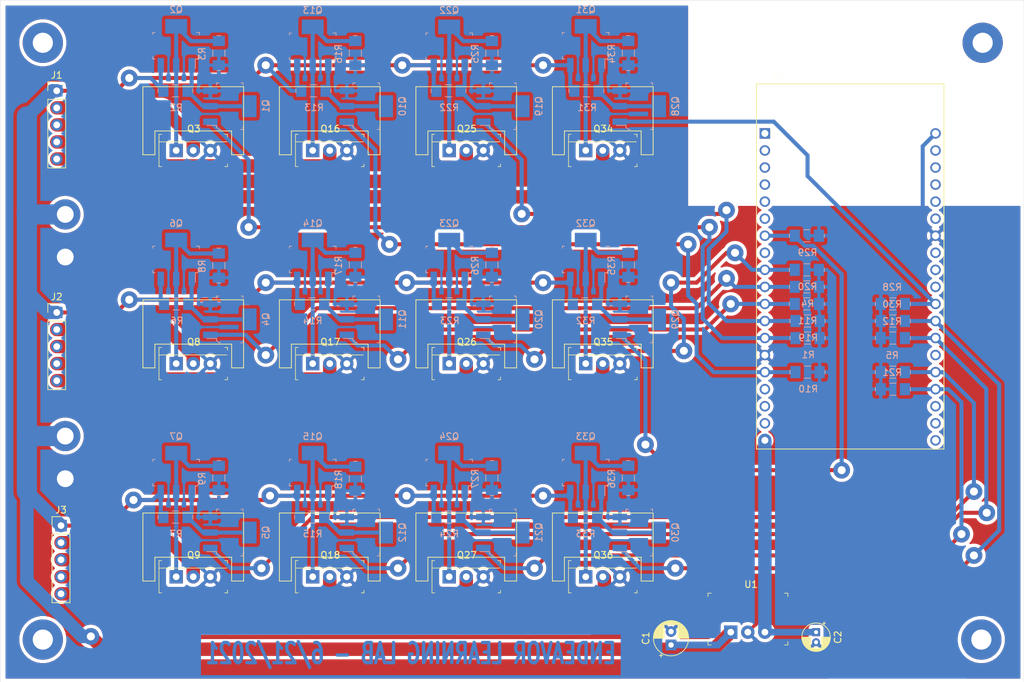
<source format=kicad_pcb>
(kicad_pcb (version 20171130) (host pcbnew "(5.1.10)-1")
  (layers (0 F.Cu signal) (31 B.Cu signal) (34 B.Paste user) (35 F.Paste user) (36 B.SilkS user) (37 F.SilkS user) (38 B.Mask user) (39 F.Mask user) (44 Edge.Cuts user))
  (net 0 "")
  (net 1 "Net-(J1-Pad5)")
  (net 2 "Net-(J1-Pad4)")
  (net 3 "Net-(J1-Pad3)")
  (net 4 "Net-(J1-Pad2)")
  (net 5 "Net-(J2-Pad5)")
  (net 6 "Net-(J2-Pad4)")
  (net 7 "Net-(J2-Pad3)")
  (net 8 "Net-(J2-Pad2)")
  (net 9 "Net-(J3-Pad5)")
  (net 10 "Net-(J3-Pad4)")
  (net 11 "Net-(J3-Pad3)")
  (net 12 "Net-(J3-Pad2)")
  (net 13 "Net-(Q1-Pad2)")
  (net 14 "Net-(Q2-Pad2)")
  (net 15 "Net-(Q4-Pad2)")
  (net 16 "Net-(Q5-Pad2)")
  (net 17 "Net-(Q6-Pad2)")
  (net 18 "Net-(Q7-Pad2)")
  (net 19 "Net-(Q10-Pad2)")
  (net 20 "Net-(Q11-Pad2)")
  (net 21 "Net-(Q12-Pad2)")
  (net 22 "Net-(Q13-Pad2)")
  (net 23 "Net-(Q14-Pad2)")
  (net 24 "Net-(Q15-Pad2)")
  (net 25 "Net-(Q19-Pad2)")
  (net 26 "Net-(Q20-Pad2)")
  (net 27 "Net-(Q21-Pad2)")
  (net 28 "Net-(Q22-Pad2)")
  (net 29 "Net-(Q23-Pad2)")
  (net 30 "Net-(Q24-Pad2)")
  (net 31 "Net-(Q28-Pad2)")
  (net 32 "Net-(Q29-Pad2)")
  (net 33 "Net-(Q30-Pad2)")
  (net 34 "Net-(Q31-Pad2)")
  (net 35 "Net-(Q32-Pad2)")
  (net 36 "Net-(Q33-Pad2)")
  (net 37 +24V)
  (net 38 GND)
  (net 39 G_1)
  (net 40 G_2)
  (net 41 G_3)
  (net 42 R_1)
  (net 43 R_2)
  (net 44 R_3)
  (net 45 B_1)
  (net 46 B_2)
  (net 47 B_3)
  (net 48 W_1)
  (net 49 W_2)
  (net 50 W_3)
  (net 51 5V)
  (net 52 "Net-(U2-Pad38)")
  (net 53 "Net-(U2-Pad37)")
  (net 54 "Net-(U2-Pad36)")
  (net 55 "Net-(U2-Pad29)")
  (net 56 "Net-(U2-Pad28)")
  (net 57 "Net-(U2-Pad27)")
  (net 58 "Net-(U2-Pad25)")
  (net 59 "Net-(U2-Pad24)")
  (net 60 "Net-(U2-Pad23)")
  (net 61 "Net-(U2-Pad22)")
  (net 62 "Net-(U2-Pad21)")
  (net 63 "Net-(U2-Pad18)")
  (net 64 "Net-(U2-Pad17)")
  (net 65 "Net-(U2-Pad16)")
  (net 66 "Net-(U2-Pad8)")
  (net 67 "Net-(U2-Pad6)")
  (net 68 "Net-(U2-Pad5)")
  (net 69 "Net-(U2-Pad4)")
  (net 70 "Net-(U2-Pad3)")
  (net 71 "Net-(U2-Pad2)")
  (net 72 "Net-(U2-Pad1)")
  (net 73 "Net-(U2-Pad33)")
  (module esp32:MODULE_ESP32-DEVKITC-32D (layer F.Cu) (at 176.53 89.61)
    (fp_text reference U2 (at -10.829175 -28.446045) (layer F.SilkS) (effects (font (size 1.000386 1.000386) (thickness 0.015))))
    (fp_text value ESP32-DEVKITC-32D)
    (pad 38 thru_hole circle (at 12.7 25.96) (size 1.56 1.56) (drill 1.04) (layers *.Cu *.Mask) (net 52 "Net-(U2-Pad38)"))
    (pad 37 thru_hole circle (at 12.7 23.42) (size 1.56 1.56) (drill 1.04) (layers *.Cu *.Mask) (net 53 "Net-(U2-Pad37)"))
    (pad 36 thru_hole circle (at 12.7 20.88) (size 1.56 1.56) (drill 1.04) (layers *.Cu *.Mask) (net 54 "Net-(U2-Pad36)"))
    (pad 35 thru_hole circle (at 12.7 18.34) (size 1.56 1.56) (drill 1.04) (layers *.Cu *.Mask) (net 47 B_3))
    (pad 34 thru_hole circle (at 12.7 15.8) (size 1.56 1.56) (drill 1.04) (layers *.Cu *.Mask) (net 41 G_3))
    (pad 33 thru_hole circle (at 12.7 13.26) (size 1.56 1.56) (drill 1.04) (layers *.Cu *.Mask) (net 73 "Net-(U2-Pad33)"))
    (pad 32 thru_hole circle (at 12.7 10.72) (size 1.56 1.56) (drill 1.04) (layers *.Cu *.Mask) (net 44 R_3))
    (pad 31 thru_hole circle (at 12.7 8.18) (size 1.56 1.56) (drill 1.04) (layers *.Cu *.Mask) (net 50 W_3))
    (pad 30 thru_hole circle (at 12.7 5.64) (size 1.56 1.56) (drill 1.04) (layers *.Cu *.Mask) (net 48 W_1))
    (pad 29 thru_hole circle (at 12.7 3.1) (size 1.56 1.56) (drill 1.04) (layers *.Cu *.Mask) (net 55 "Net-(U2-Pad29)"))
    (pad 28 thru_hole circle (at 12.7 0.56) (size 1.56 1.56) (drill 1.04) (layers *.Cu *.Mask) (net 56 "Net-(U2-Pad28)"))
    (pad 27 thru_hole circle (at 12.7 -1.98) (size 1.56 1.56) (drill 1.04) (layers *.Cu *.Mask) (net 57 "Net-(U2-Pad27)"))
    (pad 26 thru_hole circle (at 12.7 -4.52) (size 1.56 1.56) (drill 1.04) (layers *.Cu *.Mask) (net 38 GND))
    (pad 25 thru_hole circle (at 12.7 -7.06) (size 1.56 1.56) (drill 1.04) (layers *.Cu *.Mask) (net 58 "Net-(U2-Pad25)"))
    (pad 24 thru_hole circle (at 12.7 -9.6) (size 1.56 1.56) (drill 1.04) (layers *.Cu *.Mask) (net 59 "Net-(U2-Pad24)"))
    (pad 23 thru_hole circle (at 12.7 -12.14) (size 1.56 1.56) (drill 1.04) (layers *.Cu *.Mask) (net 60 "Net-(U2-Pad23)"))
    (pad 22 thru_hole circle (at 12.7 -14.68) (size 1.56 1.56) (drill 1.04) (layers *.Cu *.Mask) (net 61 "Net-(U2-Pad22)"))
    (pad 21 thru_hole circle (at 12.7 -17.22) (size 1.56 1.56) (drill 1.04) (layers *.Cu *.Mask) (net 62 "Net-(U2-Pad21)"))
    (pad 20 thru_hole circle (at 12.7 -19.76) (size 1.56 1.56) (drill 1.04) (layers *.Cu *.Mask) (net 38 GND))
    (pad 18 thru_hole circle (at -12.7 23.42) (size 1.56 1.56) (drill 1.04) (layers *.Cu *.Mask) (net 63 "Net-(U2-Pad18)"))
    (pad 17 thru_hole circle (at -12.7 20.88) (size 1.56 1.56) (drill 1.04) (layers *.Cu *.Mask) (net 64 "Net-(U2-Pad17)"))
    (pad 16 thru_hole circle (at -12.7 18.34) (size 1.56 1.56) (drill 1.04) (layers *.Cu *.Mask) (net 65 "Net-(U2-Pad16)"))
    (pad 15 thru_hole circle (at -12.7 15.8) (size 1.56 1.56) (drill 1.04) (layers *.Cu *.Mask) (net 42 R_1))
    (pad 14 thru_hole circle (at -12.7 13.26) (size 1.56 1.56) (drill 1.04) (layers *.Cu *.Mask) (net 38 GND))
    (pad 13 thru_hole circle (at -12.7 10.72) (size 1.56 1.56) (drill 1.04) (layers *.Cu *.Mask) (net 39 G_1))
    (pad 12 thru_hole circle (at -12.7 8.18) (size 1.56 1.56) (drill 1.04) (layers *.Cu *.Mask) (net 45 B_1))
    (pad 11 thru_hole circle (at -12.7 5.64) (size 1.56 1.56) (drill 1.04) (layers *.Cu *.Mask) (net 43 R_2))
    (pad 10 thru_hole circle (at -12.7 3.1) (size 1.56 1.56) (drill 1.04) (layers *.Cu *.Mask) (net 40 G_2))
    (pad 9 thru_hole circle (at -12.7 0.56) (size 1.56 1.56) (drill 1.04) (layers *.Cu *.Mask) (net 46 B_2))
    (pad 8 thru_hole circle (at -12.7 -1.98) (size 1.56 1.56) (drill 1.04) (layers *.Cu *.Mask) (net 66 "Net-(U2-Pad8)"))
    (pad 7 thru_hole circle (at -12.7 -4.52) (size 1.56 1.56) (drill 1.04) (layers *.Cu *.Mask) (net 49 W_2))
    (pad 6 thru_hole circle (at -12.7 -7.06) (size 1.56 1.56) (drill 1.04) (layers *.Cu *.Mask) (net 67 "Net-(U2-Pad6)"))
    (pad 5 thru_hole circle (at -12.7 -9.6) (size 1.56 1.56) (drill 1.04) (layers *.Cu *.Mask) (net 68 "Net-(U2-Pad5)"))
    (pad 4 thru_hole circle (at -12.7 -12.14) (size 1.56 1.56) (drill 1.04) (layers *.Cu *.Mask) (net 69 "Net-(U2-Pad4)"))
    (pad 3 thru_hole circle (at -12.7 -14.68) (size 1.56 1.56) (drill 1.04) (layers *.Cu *.Mask) (net 70 "Net-(U2-Pad3)"))
    (pad 19 thru_hole circle (at -12.7 25.96) (size 1.56 1.56) (drill 1.04) (layers *.Cu *.Mask) (net 51 5V))
    (pad 2 thru_hole circle (at -12.7 -17.22) (size 1.56 1.56) (drill 1.04) (layers *.Cu *.Mask) (net 71 "Net-(U2-Pad2)"))
    (pad 1 thru_hole rect (at -12.7 -19.76) (size 1.56 1.56) (drill 1.04) (layers *.Cu *.Mask) (net 72 "Net-(U2-Pad1)"))
  )
  (module Capacitor_THT:CP_Radial_D4.0mm_P1.50mm (layer F.Cu) (at 171.45 144.145 270)
    (fp_text reference C2 (at 0.75 -3.25 90) (layer F.SilkS))
    (fp_text value 22u)
    (pad 2 thru_hole circle (at 1.5 0 270) (size 1.2 1.2) (drill 0.6) (layers *.Cu *.Mask) (net 38 GND))
    (pad 1 thru_hole rect (at 0 0 270) (size 1.2 1.2) (drill 0.6) (layers *.Cu *.Mask) (net 51 5V))
  )
  (module Capacitor_THT:CP_Radial_D5.0mm_P2.00mm (layer F.Cu) (at 149.86 146.05 90)
    (fp_text reference C1 (at 1 -3.75 90) (layer F.SilkS))
    (fp_text value 10u)
    (pad 2 thru_hole circle (at 2 0 90) (size 1.6 1.6) (drill 0.8) (layers *.Cu *.Mask) (net 38 GND))
    (pad 1 thru_hole rect (at 0 0 90) (size 1.6 1.6) (drill 0.8) (layers *.Cu *.Mask) (net 37 +24V))
  )
  (module digikey-footprints:3-SIP_Module_V7805-500 (layer F.Cu) (at 158.75 144.145)
    (fp_text reference U1 (at 3.02 -7.12) (layer F.SilkS))
    (fp_text value V7805-500)
    (pad 3 thru_hole circle (at 5.08 0) (size 2 2) (drill 1) (layers *.Cu *.Mask) (net 51 5V))
    (pad 2 thru_hole circle (at 2.54 0) (size 2 2) (drill 1) (layers *.Cu *.Mask) (net 38 GND))
    (pad 1 thru_hole rect (at 0 0) (size 2 2) (drill 1) (layers *.Cu *.Mask) (net 37 +24V))
  )
  (module digikey-footprints:TO-220-3_Heatsink (layer F.Cu) (at 137.16 135.89)
    (fp_text reference Q36 (at 2.62 -3.22) (layer F.SilkS))
    (fp_text value Q_NMOS_GDS)
    (pad 3 thru_hole circle (at 5.08 0) (size 2 2) (drill 1) (layers *.Cu *.Mask) (net 38 GND))
    (pad 2 thru_hole circle (at 2.54 0) (size 2 2) (drill 1) (layers *.Cu *.Mask) (net 9 "Net-(J3-Pad5)"))
    (pad 1 thru_hole rect (at 0 0) (size 2 2) (drill 1) (layers *.Cu *.Mask) (net 36 "Net-(Q33-Pad2)"))
  )
  (module digikey-footprints:TO-220-3_Heatsink (layer F.Cu) (at 137.16 104.14)
    (fp_text reference Q35 (at 2.62 -3.22) (layer F.SilkS))
    (fp_text value Q_NMOS_GDS)
    (pad 3 thru_hole circle (at 5.08 0) (size 2 2) (drill 1) (layers *.Cu *.Mask) (net 38 GND))
    (pad 2 thru_hole circle (at 2.54 0) (size 2 2) (drill 1) (layers *.Cu *.Mask) (net 5 "Net-(J2-Pad5)"))
    (pad 1 thru_hole rect (at 0 0) (size 2 2) (drill 1) (layers *.Cu *.Mask) (net 35 "Net-(Q32-Pad2)"))
  )
  (module digikey-footprints:TO-220-3_Heatsink (layer F.Cu) (at 137.16 72.39)
    (fp_text reference Q34 (at 2.62 -3.22) (layer F.SilkS))
    (fp_text value Q_NMOS_GDS)
    (pad 3 thru_hole circle (at 5.08 0) (size 2 2) (drill 1) (layers *.Cu *.Mask) (net 38 GND))
    (pad 2 thru_hole circle (at 2.54 0) (size 2 2) (drill 1) (layers *.Cu *.Mask) (net 1 "Net-(J1-Pad5)"))
    (pad 1 thru_hole rect (at 0 0) (size 2 2) (drill 1) (layers *.Cu *.Mask) (net 34 "Net-(Q31-Pad2)"))
  )
  (module digikey-footprints:TO-220-3_Heatsink (layer F.Cu) (at 116.84 135.89)
    (fp_text reference Q27 (at 2.62 -3.22) (layer F.SilkS))
    (fp_text value Q_NMOS_GDS)
    (pad 3 thru_hole circle (at 5.08 0) (size 2 2) (drill 1) (layers *.Cu *.Mask) (net 38 GND))
    (pad 2 thru_hole circle (at 2.54 0) (size 2 2) (drill 1) (layers *.Cu *.Mask) (net 10 "Net-(J3-Pad4)"))
    (pad 1 thru_hole rect (at 0 0) (size 2 2) (drill 1) (layers *.Cu *.Mask) (net 30 "Net-(Q24-Pad2)"))
  )
  (module digikey-footprints:TO-220-3_Heatsink (layer F.Cu) (at 116.84 104.14)
    (fp_text reference Q26 (at 2.62 -3.22) (layer F.SilkS))
    (fp_text value Q_NMOS_GDS)
    (pad 3 thru_hole circle (at 5.08 0) (size 2 2) (drill 1) (layers *.Cu *.Mask) (net 38 GND))
    (pad 2 thru_hole circle (at 2.54 0) (size 2 2) (drill 1) (layers *.Cu *.Mask) (net 6 "Net-(J2-Pad4)"))
    (pad 1 thru_hole rect (at 0 0) (size 2 2) (drill 1) (layers *.Cu *.Mask) (net 29 "Net-(Q23-Pad2)"))
  )
  (module digikey-footprints:TO-220-3_Heatsink (layer F.Cu) (at 116.84 72.39)
    (fp_text reference Q25 (at 2.62 -3.22) (layer F.SilkS))
    (fp_text value Q_NMOS_GDS)
    (pad 3 thru_hole circle (at 5.08 0) (size 2 2) (drill 1) (layers *.Cu *.Mask) (net 38 GND))
    (pad 2 thru_hole circle (at 2.54 0) (size 2 2) (drill 1) (layers *.Cu *.Mask) (net 2 "Net-(J1-Pad4)"))
    (pad 1 thru_hole rect (at 0 0) (size 2 2) (drill 1) (layers *.Cu *.Mask) (net 28 "Net-(Q22-Pad2)"))
  )
  (module digikey-footprints:TO-220-3_Heatsink (layer F.Cu) (at 96.52 135.89)
    (fp_text reference Q18 (at 2.62 -3.22) (layer F.SilkS))
    (fp_text value Q_NMOS_GDS)
    (pad 3 thru_hole circle (at 5.08 0) (size 2 2) (drill 1) (layers *.Cu *.Mask) (net 38 GND))
    (pad 2 thru_hole circle (at 2.54 0) (size 2 2) (drill 1) (layers *.Cu *.Mask) (net 11 "Net-(J3-Pad3)"))
    (pad 1 thru_hole rect (at 0 0) (size 2 2) (drill 1) (layers *.Cu *.Mask) (net 24 "Net-(Q15-Pad2)"))
  )
  (module digikey-footprints:TO-220-3_Heatsink (layer F.Cu) (at 96.52 104.14)
    (fp_text reference Q17 (at 2.62 -3.22) (layer F.SilkS))
    (fp_text value Q_NMOS_GDS)
    (pad 3 thru_hole circle (at 5.08 0) (size 2 2) (drill 1) (layers *.Cu *.Mask) (net 38 GND))
    (pad 2 thru_hole circle (at 2.54 0) (size 2 2) (drill 1) (layers *.Cu *.Mask) (net 7 "Net-(J2-Pad3)"))
    (pad 1 thru_hole rect (at 0 0) (size 2 2) (drill 1) (layers *.Cu *.Mask) (net 23 "Net-(Q14-Pad2)"))
  )
  (module digikey-footprints:TO-220-3_Heatsink (layer F.Cu) (at 96.52 72.39)
    (fp_text reference Q16 (at 2.62 -3.22) (layer F.SilkS))
    (fp_text value Q_NMOS_GDS)
    (pad 3 thru_hole circle (at 5.08 0) (size 2 2) (drill 1) (layers *.Cu *.Mask) (net 38 GND))
    (pad 2 thru_hole circle (at 2.54 0) (size 2 2) (drill 1) (layers *.Cu *.Mask) (net 3 "Net-(J1-Pad3)"))
    (pad 1 thru_hole rect (at 0 0) (size 2 2) (drill 1) (layers *.Cu *.Mask) (net 22 "Net-(Q13-Pad2)"))
  )
  (module digikey-footprints:TO-220-3_Heatsink (layer F.Cu) (at 76.2 135.89)
    (fp_text reference Q9 (at 2.62 -3.22) (layer F.SilkS))
    (fp_text value Q_NMOS_GDS)
    (pad 3 thru_hole circle (at 5.08 0) (size 2 2) (drill 1) (layers *.Cu *.Mask) (net 38 GND))
    (pad 2 thru_hole circle (at 2.54 0) (size 2 2) (drill 1) (layers *.Cu *.Mask) (net 12 "Net-(J3-Pad2)"))
    (pad 1 thru_hole rect (at 0 0) (size 2 2) (drill 1) (layers *.Cu *.Mask) (net 18 "Net-(Q7-Pad2)"))
  )
  (module digikey-footprints:TO-220-3_Heatsink (layer F.Cu) (at 76.2 104.14)
    (fp_text reference Q8 (at 2.62 -3.22) (layer F.SilkS))
    (fp_text value Q_NMOS_GDS)
    (pad 3 thru_hole circle (at 5.08 0) (size 2 2) (drill 1) (layers *.Cu *.Mask) (net 38 GND))
    (pad 2 thru_hole circle (at 2.54 0) (size 2 2) (drill 1) (layers *.Cu *.Mask) (net 8 "Net-(J2-Pad2)"))
    (pad 1 thru_hole rect (at 0 0) (size 2 2) (drill 1) (layers *.Cu *.Mask) (net 17 "Net-(Q6-Pad2)"))
  )
  (module digikey-footprints:TO-220-3_Heatsink (layer F.Cu) (at 76.2 72.39)
    (fp_text reference Q3 (at 2.62 -3.22) (layer F.SilkS))
    (fp_text value Q_NMOS_GDS)
    (pad 3 thru_hole circle (at 5.08 0) (size 2 2) (drill 1) (layers *.Cu *.Mask) (net 38 GND))
    (pad 2 thru_hole circle (at 2.54 0) (size 2 2) (drill 1) (layers *.Cu *.Mask) (net 4 "Net-(J1-Pad2)"))
    (pad 1 thru_hole rect (at 0 0) (size 2 2) (drill 1) (layers *.Cu *.Mask) (net 14 "Net-(Q2-Pad2)"))
  )
  (module Connector_PinHeader_2.54mm:PinHeader_1x05_P2.54mm_Vertical (layer F.Cu) (at 59.055 128.27)
    (fp_text reference J3 (at 0 -2.33) (layer F.SilkS))
    (fp_text value Conn_01x05)
    (pad 5 thru_hole oval (at 0 10.16) (size 1.7 1.7) (drill 1) (layers *.Cu *.Mask) (net 9 "Net-(J3-Pad5)"))
    (pad 4 thru_hole oval (at 0 7.62) (size 1.7 1.7) (drill 1) (layers *.Cu *.Mask) (net 10 "Net-(J3-Pad4)"))
    (pad 3 thru_hole oval (at 0 5.08) (size 1.7 1.7) (drill 1) (layers *.Cu *.Mask) (net 11 "Net-(J3-Pad3)"))
    (pad 2 thru_hole oval (at 0 2.54) (size 1.7 1.7) (drill 1) (layers *.Cu *.Mask) (net 12 "Net-(J3-Pad2)"))
    (pad 1 thru_hole rect (at 0 0) (size 1.7 1.7) (drill 1) (layers *.Cu *.Mask) (net 37 +24V))
  )
  (module Connector_PinHeader_2.54mm:PinHeader_1x05_P2.54mm_Vertical (layer F.Cu) (at 58.42 96.52)
    (fp_text reference J2 (at 0 -2.33) (layer F.SilkS))
    (fp_text value Conn_01x05)
    (pad 5 thru_hole oval (at 0 10.16) (size 1.7 1.7) (drill 1) (layers *.Cu *.Mask) (net 5 "Net-(J2-Pad5)"))
    (pad 4 thru_hole oval (at 0 7.62) (size 1.7 1.7) (drill 1) (layers *.Cu *.Mask) (net 6 "Net-(J2-Pad4)"))
    (pad 3 thru_hole oval (at 0 5.08) (size 1.7 1.7) (drill 1) (layers *.Cu *.Mask) (net 7 "Net-(J2-Pad3)"))
    (pad 2 thru_hole oval (at 0 2.54) (size 1.7 1.7) (drill 1) (layers *.Cu *.Mask) (net 8 "Net-(J2-Pad2)"))
    (pad 1 thru_hole rect (at 0 0) (size 1.7 1.7) (drill 1) (layers *.Cu *.Mask) (net 37 +24V))
  )
  (module Connector_PinHeader_2.54mm:PinHeader_1x05_P2.54mm_Vertical (layer F.Cu) (at 58.42 63.5)
    (fp_text reference J1 (at 0 -2.33) (layer F.SilkS))
    (fp_text value Conn_01x05)
    (pad 5 thru_hole oval (at 0 10.16) (size 1.7 1.7) (drill 1) (layers *.Cu *.Mask) (net 1 "Net-(J1-Pad5)"))
    (pad 4 thru_hole oval (at 0 7.62) (size 1.7 1.7) (drill 1) (layers *.Cu *.Mask) (net 2 "Net-(J1-Pad4)"))
    (pad 3 thru_hole oval (at 0 5.08) (size 1.7 1.7) (drill 1) (layers *.Cu *.Mask) (net 3 "Net-(J1-Pad3)"))
    (pad 2 thru_hole oval (at 0 2.54) (size 1.7 1.7) (drill 1) (layers *.Cu *.Mask) (net 4 "Net-(J1-Pad2)"))
    (pad 1 thru_hole rect (at 0 0) (size 1.7 1.7) (drill 1) (layers *.Cu *.Mask) (net 37 +24V))
  )
  (module digikey-footprints:1206 (layer B.Cu) (at 143.51 121.18 270)
    (fp_text reference R36 (at 0.1 2.5 90) (layer B.SilkS) (effects (justify mirror)))
    (fp_text value 10k)
    (pad 2 smd rect (at 1.8 0 270) (size 1.5 1.8) (layers B.Cu B.Paste B.Mask) (net 38 GND))
    (pad 1 smd rect (at -1.8 0 270) (size 1.5 1.8) (layers B.Cu B.Paste B.Mask) (net 36 "Net-(Q33-Pad2)"))
  )
  (module digikey-footprints:1206 (layer B.Cu) (at 143.51 89.43 270)
    (fp_text reference R35 (at 0.1 2.5 90) (layer B.SilkS) (effects (justify mirror)))
    (fp_text value 10k)
    (pad 2 smd rect (at 1.8 0 270) (size 1.5 1.8) (layers B.Cu B.Paste B.Mask) (net 38 GND))
    (pad 1 smd rect (at -1.8 0 270) (size 1.5 1.8) (layers B.Cu B.Paste B.Mask) (net 35 "Net-(Q32-Pad2)"))
  )
  (module digikey-footprints:1206 (layer B.Cu) (at 143.51 57.89 270)
    (fp_text reference R34 (at 0.1 2.5 90) (layer B.SilkS) (effects (justify mirror)))
    (fp_text value 10k)
    (pad 2 smd rect (at 1.8 0 270) (size 1.5 1.8) (layers B.Cu B.Paste B.Mask) (net 38 GND))
    (pad 1 smd rect (at -1.8 0 270) (size 1.5 1.8) (layers B.Cu B.Paste B.Mask) (net 34 "Net-(Q31-Pad2)"))
  )
  (module digikey-footprints:1206 (layer B.Cu) (at 137.055 127)
    (fp_text reference R33 (at 0.1 2.5) (layer B.SilkS) (effects (justify mirror)))
    (fp_text value 10k)
    (pad 2 smd rect (at 1.8 0) (size 1.5 1.8) (layers B.Cu B.Paste B.Mask) (net 33 "Net-(Q30-Pad2)"))
    (pad 1 smd rect (at -1.8 0) (size 1.5 1.8) (layers B.Cu B.Paste B.Mask) (net 37 +24V))
  )
  (module digikey-footprints:1206 (layer B.Cu) (at 137.055 95.25)
    (fp_text reference R32 (at 0.1 2.5) (layer B.SilkS) (effects (justify mirror)))
    (fp_text value 10k)
    (pad 2 smd rect (at 1.8 0) (size 1.5 1.8) (layers B.Cu B.Paste B.Mask) (net 32 "Net-(Q29-Pad2)"))
    (pad 1 smd rect (at -1.8 0) (size 1.5 1.8) (layers B.Cu B.Paste B.Mask) (net 37 +24V))
  )
  (module digikey-footprints:1206 (layer B.Cu) (at 137.265 63.5)
    (fp_text reference R31 (at 0.1 2.5) (layer B.SilkS) (effects (justify mirror)))
    (fp_text value 10k)
    (pad 2 smd rect (at 1.8 0) (size 1.5 1.8) (layers B.Cu B.Paste B.Mask) (net 31 "Net-(Q28-Pad2)"))
    (pad 1 smd rect (at -1.8 0) (size 1.5 1.8) (layers B.Cu B.Paste B.Mask) (net 37 +24V))
  )
  (module digikey-footprints:1206 (layer B.Cu) (at 182.88 97.79 180)
    (fp_text reference R30 (at 0.1 2.5) (layer B.SilkS) (effects (justify mirror)))
    (fp_text value 10k)
    (pad 2 smd rect (at 1.8 0 180) (size 1.5 1.8) (layers B.Cu B.Paste B.Mask) (net 38 GND))
    (pad 1 smd rect (at -1.8 0 180) (size 1.5 1.8) (layers B.Cu B.Paste B.Mask) (net 50 W_3))
  )
  (module digikey-footprints:1206 (layer B.Cu) (at 170.075 85.09)
    (fp_text reference R29 (at 0.1 2.5) (layer B.SilkS) (effects (justify mirror)))
    (fp_text value 10k)
    (pad 2 smd rect (at 1.8 0) (size 1.5 1.8) (layers B.Cu B.Paste B.Mask) (net 38 GND))
    (pad 1 smd rect (at -1.8 0) (size 1.5 1.8) (layers B.Cu B.Paste B.Mask) (net 49 W_2))
  )
  (module digikey-footprints:1206 (layer B.Cu) (at 182.88 95.25 180)
    (fp_text reference R28 (at 0.1 2.5) (layer B.SilkS) (effects (justify mirror)))
    (fp_text value 10k)
    (pad 2 smd rect (at 1.8 0 180) (size 1.5 1.8) (layers B.Cu B.Paste B.Mask) (net 38 GND))
    (pad 1 smd rect (at -1.8 0 180) (size 1.5 1.8) (layers B.Cu B.Paste B.Mask) (net 48 W_1))
  )
  (module digikey-footprints:1206 (layer B.Cu) (at 123.19 121.18 270)
    (fp_text reference R27 (at 0.1 2.5 90) (layer B.SilkS) (effects (justify mirror)))
    (fp_text value 10k)
    (pad 2 smd rect (at 1.8 0 270) (size 1.5 1.8) (layers B.Cu B.Paste B.Mask) (net 38 GND))
    (pad 1 smd rect (at -1.8 0 270) (size 1.5 1.8) (layers B.Cu B.Paste B.Mask) (net 30 "Net-(Q24-Pad2)"))
  )
  (module digikey-footprints:1206 (layer B.Cu) (at 123.19 89.43 270)
    (fp_text reference R26 (at 0.1 2.5 90) (layer B.SilkS) (effects (justify mirror)))
    (fp_text value 10k)
    (pad 2 smd rect (at 1.8 0 270) (size 1.5 1.8) (layers B.Cu B.Paste B.Mask) (net 38 GND))
    (pad 1 smd rect (at -1.8 0 270) (size 1.5 1.8) (layers B.Cu B.Paste B.Mask) (net 29 "Net-(Q23-Pad2)"))
  )
  (module digikey-footprints:1206 (layer B.Cu) (at 123.19 57.89 270)
    (fp_text reference R25 (at 0.1 2.5 90) (layer B.SilkS) (effects (justify mirror)))
    (fp_text value 10k)
    (pad 2 smd rect (at 1.8 0 270) (size 1.5 1.8) (layers B.Cu B.Paste B.Mask) (net 38 GND))
    (pad 1 smd rect (at -1.8 0 270) (size 1.5 1.8) (layers B.Cu B.Paste B.Mask) (net 28 "Net-(Q22-Pad2)"))
  )
  (module digikey-footprints:1206 (layer B.Cu) (at 116.735 127)
    (fp_text reference R24 (at 0.1 2.5) (layer B.SilkS) (effects (justify mirror)))
    (fp_text value 10k)
    (pad 2 smd rect (at 1.8 0) (size 1.5 1.8) (layers B.Cu B.Paste B.Mask) (net 27 "Net-(Q21-Pad2)"))
    (pad 1 smd rect (at -1.8 0) (size 1.5 1.8) (layers B.Cu B.Paste B.Mask) (net 37 +24V))
  )
  (module digikey-footprints:1206 (layer B.Cu) (at 116.84 95.25)
    (fp_text reference R23 (at 0.1 2.5) (layer B.SilkS) (effects (justify mirror)))
    (fp_text value 10k)
    (pad 2 smd rect (at 1.8 0) (size 1.5 1.8) (layers B.Cu B.Paste B.Mask) (net 26 "Net-(Q20-Pad2)"))
    (pad 1 smd rect (at -1.8 0) (size 1.5 1.8) (layers B.Cu B.Paste B.Mask) (net 37 +24V))
  )
  (module digikey-footprints:1206 (layer B.Cu) (at 116.735 63.5)
    (fp_text reference R22 (at 0.1 2.5) (layer B.SilkS) (effects (justify mirror)))
    (fp_text value 10k)
    (pad 2 smd rect (at 1.8 0) (size 1.5 1.8) (layers B.Cu B.Paste B.Mask) (net 25 "Net-(Q19-Pad2)"))
    (pad 1 smd rect (at -1.8 0) (size 1.5 1.8) (layers B.Cu B.Paste B.Mask) (net 37 +24V))
  )
  (module digikey-footprints:1206 (layer B.Cu) (at 182.88 107.95 180)
    (fp_text reference R21 (at 0.1 2.5) (layer B.SilkS) (effects (justify mirror)))
    (fp_text value 10k)
    (pad 2 smd rect (at 1.8 0 180) (size 1.5 1.8) (layers B.Cu B.Paste B.Mask) (net 38 GND))
    (pad 1 smd rect (at -1.8 0 180) (size 1.5 1.8) (layers B.Cu B.Paste B.Mask) (net 47 B_3))
  )
  (module digikey-footprints:1206 (layer B.Cu) (at 170.075 90.17)
    (fp_text reference R20 (at 0.1 2.5) (layer B.SilkS) (effects (justify mirror)))
    (fp_text value 10k)
    (pad 2 smd rect (at 1.8 0) (size 1.5 1.8) (layers B.Cu B.Paste B.Mask) (net 38 GND))
    (pad 1 smd rect (at -1.8 0) (size 1.5 1.8) (layers B.Cu B.Paste B.Mask) (net 46 B_2))
  )
  (module digikey-footprints:1206 (layer B.Cu) (at 170.18 97.79)
    (fp_text reference R19 (at 0.1 2.5) (layer B.SilkS) (effects (justify mirror)))
    (fp_text value 10k)
    (pad 2 smd rect (at 1.8 0) (size 1.5 1.8) (layers B.Cu B.Paste B.Mask) (net 38 GND))
    (pad 1 smd rect (at -1.8 0) (size 1.5 1.8) (layers B.Cu B.Paste B.Mask) (net 45 B_1))
  )
  (module digikey-footprints:1206 (layer B.Cu) (at 102.87 121.285 270)
    (fp_text reference R18 (at 0.1 2.5 90) (layer B.SilkS) (effects (justify mirror)))
    (fp_text value 10k)
    (pad 2 smd rect (at 1.8 0 270) (size 1.5 1.8) (layers B.Cu B.Paste B.Mask) (net 38 GND))
    (pad 1 smd rect (at -1.8 0 270) (size 1.5 1.8) (layers B.Cu B.Paste B.Mask) (net 24 "Net-(Q15-Pad2)"))
  )
  (module digikey-footprints:1206 (layer B.Cu) (at 102.87 89.43 270)
    (fp_text reference R17 (at 0.1 2.5 90) (layer B.SilkS) (effects (justify mirror)))
    (fp_text value 10k)
    (pad 2 smd rect (at 1.8 0 270) (size 1.5 1.8) (layers B.Cu B.Paste B.Mask) (net 38 GND))
    (pad 1 smd rect (at -1.8 0 270) (size 1.5 1.8) (layers B.Cu B.Paste B.Mask) (net 23 "Net-(Q14-Pad2)"))
  )
  (module digikey-footprints:1206 (layer B.Cu) (at 102.87 57.89 270)
    (fp_text reference R16 (at 0.1 2.5 90) (layer B.SilkS) (effects (justify mirror)))
    (fp_text value 10k)
    (pad 2 smd rect (at 1.8 0 270) (size 1.5 1.8) (layers B.Cu B.Paste B.Mask) (net 38 GND))
    (pad 1 smd rect (at -1.8 0 270) (size 1.5 1.8) (layers B.Cu B.Paste B.Mask) (net 22 "Net-(Q13-Pad2)"))
  )
  (module digikey-footprints:1206 (layer B.Cu) (at 96.415 127)
    (fp_text reference R15 (at 0.1 2.5) (layer B.SilkS) (effects (justify mirror)))
    (fp_text value 10k)
    (pad 2 smd rect (at 1.8 0) (size 1.5 1.8) (layers B.Cu B.Paste B.Mask) (net 21 "Net-(Q12-Pad2)"))
    (pad 1 smd rect (at -1.8 0) (size 1.5 1.8) (layers B.Cu B.Paste B.Mask) (net 37 +24V))
  )
  (module digikey-footprints:1206 (layer B.Cu) (at 96.415 95.25)
    (fp_text reference R14 (at 0.1 2.5) (layer B.SilkS) (effects (justify mirror)))
    (fp_text value 10k)
    (pad 2 smd rect (at 1.8 0) (size 1.5 1.8) (layers B.Cu B.Paste B.Mask) (net 20 "Net-(Q11-Pad2)"))
    (pad 1 smd rect (at -1.8 0) (size 1.5 1.8) (layers B.Cu B.Paste B.Mask) (net 37 +24V))
  )
  (module digikey-footprints:1206 (layer B.Cu) (at 96.625 63.5)
    (fp_text reference R13 (at 0.1 2.5) (layer B.SilkS) (effects (justify mirror)))
    (fp_text value 10k)
    (pad 2 smd rect (at 1.8 0) (size 1.5 1.8) (layers B.Cu B.Paste B.Mask) (net 19 "Net-(Q10-Pad2)"))
    (pad 1 smd rect (at -1.8 0) (size 1.5 1.8) (layers B.Cu B.Paste B.Mask) (net 37 +24V))
  )
  (module digikey-footprints:1206 (layer B.Cu) (at 182.88 100.33 180)
    (fp_text reference R12 (at 0.1 2.5) (layer B.SilkS) (effects (justify mirror)))
    (fp_text value 10k)
    (pad 2 smd rect (at 1.8 0 180) (size 1.5 1.8) (layers B.Cu B.Paste B.Mask) (net 38 GND))
    (pad 1 smd rect (at -1.8 0 180) (size 1.5 1.8) (layers B.Cu B.Paste B.Mask) (net 44 R_3))
  )
  (module digikey-footprints:1206 (layer B.Cu) (at 170.075 95.25)
    (fp_text reference R11 (at 0.1 2.5) (layer B.SilkS) (effects (justify mirror)))
    (fp_text value 10k)
    (pad 2 smd rect (at 1.8 0) (size 1.5 1.8) (layers B.Cu B.Paste B.Mask) (net 38 GND))
    (pad 1 smd rect (at -1.8 0) (size 1.5 1.8) (layers B.Cu B.Paste B.Mask) (net 43 R_2))
  )
  (module digikey-footprints:1206 (layer B.Cu) (at 170.18 105.41)
    (fp_text reference R10 (at 0.1 2.5) (layer B.SilkS) (effects (justify mirror)))
    (fp_text value 10k)
    (pad 2 smd rect (at 1.8 0) (size 1.5 1.8) (layers B.Cu B.Paste B.Mask) (net 38 GND))
    (pad 1 smd rect (at -1.8 0) (size 1.5 1.8) (layers B.Cu B.Paste B.Mask) (net 42 R_1))
  )
  (module digikey-footprints:1206 (layer B.Cu) (at 82.55 121.18 270)
    (fp_text reference R9 (at 0.1 2.5 90) (layer B.SilkS) (effects (justify mirror)))
    (fp_text value 10k)
    (pad 2 smd rect (at 1.8 0 270) (size 1.5 1.8) (layers B.Cu B.Paste B.Mask) (net 38 GND))
    (pad 1 smd rect (at -1.8 0 270) (size 1.5 1.8) (layers B.Cu B.Paste B.Mask) (net 18 "Net-(Q7-Pad2)"))
  )
  (module digikey-footprints:1206 (layer B.Cu) (at 82.55 89.535 270)
    (fp_text reference R8 (at 0.1 2.5 90) (layer B.SilkS) (effects (justify mirror)))
    (fp_text value 10k)
    (pad 2 smd rect (at 1.8 0 270) (size 1.5 1.8) (layers B.Cu B.Paste B.Mask) (net 38 GND))
    (pad 1 smd rect (at -1.8 0 270) (size 1.5 1.8) (layers B.Cu B.Paste B.Mask) (net 17 "Net-(Q6-Pad2)"))
  )
  (module digikey-footprints:1206 (layer B.Cu) (at 76.095 127)
    (fp_text reference R7 (at 0.1 2.5) (layer B.SilkS) (effects (justify mirror)))
    (fp_text value 10k)
    (pad 2 smd rect (at 1.8 0) (size 1.5 1.8) (layers B.Cu B.Paste B.Mask) (net 16 "Net-(Q5-Pad2)"))
    (pad 1 smd rect (at -1.8 0) (size 1.5 1.8) (layers B.Cu B.Paste B.Mask) (net 37 +24V))
  )
  (module digikey-footprints:1206 (layer B.Cu) (at 76.2 95.25)
    (fp_text reference R6 (at 0.1 2.5) (layer B.SilkS) (effects (justify mirror)))
    (fp_text value 10k)
    (pad 2 smd rect (at 1.8 0) (size 1.5 1.8) (layers B.Cu B.Paste B.Mask) (net 15 "Net-(Q4-Pad2)"))
    (pad 1 smd rect (at -1.8 0) (size 1.5 1.8) (layers B.Cu B.Paste B.Mask) (net 37 +24V))
  )
  (module digikey-footprints:1206 (layer B.Cu) (at 182.88 105.41 180)
    (fp_text reference R5 (at 0.1 2.5) (layer B.SilkS) (effects (justify mirror)))
    (fp_text value 10k)
    (pad 2 smd rect (at 1.8 0 180) (size 1.5 1.8) (layers B.Cu B.Paste B.Mask) (net 38 GND))
    (pad 1 smd rect (at -1.8 0 180) (size 1.5 1.8) (layers B.Cu B.Paste B.Mask) (net 41 G_3))
  )
  (module digikey-footprints:1206 (layer B.Cu) (at 170.075 92.71)
    (fp_text reference R4 (at 0.1 2.5) (layer B.SilkS) (effects (justify mirror)))
    (fp_text value 10k)
    (pad 2 smd rect (at 1.8 0) (size 1.5 1.8) (layers B.Cu B.Paste B.Mask) (net 38 GND))
    (pad 1 smd rect (at -1.8 0) (size 1.5 1.8) (layers B.Cu B.Paste B.Mask) (net 40 G_2))
  )
  (module digikey-footprints:1206 (layer B.Cu) (at 82.55 57.89 270)
    (fp_text reference R3 (at 0.1 2.5 90) (layer B.SilkS) (effects (justify mirror)))
    (fp_text value 10k)
    (pad 2 smd rect (at 1.8 0 270) (size 1.5 1.8) (layers B.Cu B.Paste B.Mask) (net 38 GND))
    (pad 1 smd rect (at -1.8 0 270) (size 1.5 1.8) (layers B.Cu B.Paste B.Mask) (net 14 "Net-(Q2-Pad2)"))
  )
  (module digikey-footprints:1206 (layer B.Cu) (at 76.095 63.5)
    (fp_text reference R2 (at 0.1 2.5) (layer B.SilkS) (effects (justify mirror)))
    (fp_text value 10k)
    (pad 2 smd rect (at 1.8 0) (size 1.5 1.8) (layers B.Cu B.Paste B.Mask) (net 13 "Net-(Q1-Pad2)"))
    (pad 1 smd rect (at -1.8 0) (size 1.5 1.8) (layers B.Cu B.Paste B.Mask) (net 37 +24V))
  )
  (module digikey-footprints:1206 (layer B.Cu) (at 170.18 100.33)
    (fp_text reference R1 (at 0.1 2.5) (layer B.SilkS) (effects (justify mirror)))
    (fp_text value 10k)
    (pad 2 smd rect (at 1.8 0) (size 1.5 1.8) (layers B.Cu B.Paste B.Mask) (net 38 GND))
    (pad 1 smd rect (at -1.8 0) (size 1.5 1.8) (layers B.Cu B.Paste B.Mask) (net 39 G_1))
  )
  (module digikey-footprints:SOT-223-4 (layer B.Cu) (at 137.16 120.375 180)
    (fp_text reference Q33 (at 0 5.375) (layer B.SilkS) (effects (justify mirror)))
    (fp_text value Q_PMOS_GDSD)
    (pad 4 smd rect (at 0 2.9 180) (size 3.25 2.15) (layers B.Cu B.Paste B.Mask) (net 36 "Net-(Q33-Pad2)"))
    (pad 1 smd rect (at -2.3 -2.9 180) (size 0.95 2.15) (layers B.Cu B.Paste B.Mask) (net 33 "Net-(Q30-Pad2)"))
    (pad 2 smd rect (at 0 -2.9 180) (size 0.95 2.15) (layers B.Cu B.Paste B.Mask) (net 36 "Net-(Q33-Pad2)"))
    (pad 3 smd rect (at 2.3 -2.9 180) (size 0.95 2.15) (layers B.Cu B.Paste B.Mask) (net 37 +24V))
  )
  (module digikey-footprints:SOT-223-4 (layer B.Cu) (at 137.16 88.625 180)
    (fp_text reference Q32 (at 0 5.375) (layer B.SilkS) (effects (justify mirror)))
    (fp_text value Q_PMOS_GDSD)
    (pad 4 smd rect (at 0 2.9 180) (size 3.25 2.15) (layers B.Cu B.Paste B.Mask) (net 35 "Net-(Q32-Pad2)"))
    (pad 1 smd rect (at -2.3 -2.9 180) (size 0.95 2.15) (layers B.Cu B.Paste B.Mask) (net 32 "Net-(Q29-Pad2)"))
    (pad 2 smd rect (at 0 -2.9 180) (size 0.95 2.15) (layers B.Cu B.Paste B.Mask) (net 35 "Net-(Q32-Pad2)"))
    (pad 3 smd rect (at 2.3 -2.9 180) (size 0.95 2.15) (layers B.Cu B.Paste B.Mask) (net 37 +24V))
  )
  (module digikey-footprints:SOT-223-4 (layer B.Cu) (at 137.16 56.79 180)
    (fp_text reference Q31 (at 0 5.375) (layer B.SilkS) (effects (justify mirror)))
    (fp_text value Q_PMOS_GDSD)
    (pad 4 smd rect (at 0 2.9 180) (size 3.25 2.15) (layers B.Cu B.Paste B.Mask) (net 34 "Net-(Q31-Pad2)"))
    (pad 1 smd rect (at -2.3 -2.9 180) (size 0.95 2.15) (layers B.Cu B.Paste B.Mask) (net 31 "Net-(Q28-Pad2)"))
    (pad 2 smd rect (at 0 -2.9 180) (size 0.95 2.15) (layers B.Cu B.Paste B.Mask) (net 34 "Net-(Q31-Pad2)"))
    (pad 3 smd rect (at 2.3 -2.9 180) (size 0.95 2.15) (layers B.Cu B.Paste B.Mask) (net 37 +24V))
  )
  (module digikey-footprints:SOT-223-4 (layer B.Cu) (at 145.14 129.3 90)
    (fp_text reference Q30 (at 0 5.375 90) (layer B.SilkS) (effects (justify mirror)))
    (fp_text value Q_NMOS_GDSD)
    (pad 4 smd rect (at 0 2.9 90) (size 3.25 2.15) (layers B.Cu B.Paste B.Mask) (net 33 "Net-(Q30-Pad2)"))
    (pad 1 smd rect (at -2.3 -2.9 90) (size 0.95 2.15) (layers B.Cu B.Paste B.Mask) (net 50 W_3))
    (pad 2 smd rect (at 0 -2.9 90) (size 0.95 2.15) (layers B.Cu B.Paste B.Mask) (net 33 "Net-(Q30-Pad2)"))
    (pad 3 smd rect (at 2.3 -2.9 90) (size 0.95 2.15) (layers B.Cu B.Paste B.Mask) (net 38 GND))
  )
  (module digikey-footprints:SOT-223-4 (layer B.Cu) (at 145.14 97.55 90)
    (fp_text reference Q29 (at 0 5.375 90) (layer B.SilkS) (effects (justify mirror)))
    (fp_text value Q_NMOS_GDSD)
    (pad 4 smd rect (at 0 2.9 90) (size 3.25 2.15) (layers B.Cu B.Paste B.Mask) (net 32 "Net-(Q29-Pad2)"))
    (pad 1 smd rect (at -2.3 -2.9 90) (size 0.95 2.15) (layers B.Cu B.Paste B.Mask) (net 49 W_2))
    (pad 2 smd rect (at 0 -2.9 90) (size 0.95 2.15) (layers B.Cu B.Paste B.Mask) (net 32 "Net-(Q29-Pad2)"))
    (pad 3 smd rect (at 2.3 -2.9 90) (size 0.95 2.15) (layers B.Cu B.Paste B.Mask) (net 38 GND))
  )
  (module digikey-footprints:SOT-223-4 (layer B.Cu) (at 145.14 65.8 90)
    (fp_text reference Q28 (at 0 5.375 90) (layer B.SilkS) (effects (justify mirror)))
    (fp_text value Q_NMOS_GDSD)
    (pad 4 smd rect (at 0 2.9 90) (size 3.25 2.15) (layers B.Cu B.Paste B.Mask) (net 31 "Net-(Q28-Pad2)"))
    (pad 1 smd rect (at -2.3 -2.9 90) (size 0.95 2.15) (layers B.Cu B.Paste B.Mask) (net 48 W_1))
    (pad 2 smd rect (at 0 -2.9 90) (size 0.95 2.15) (layers B.Cu B.Paste B.Mask) (net 31 "Net-(Q28-Pad2)"))
    (pad 3 smd rect (at 2.3 -2.9 90) (size 0.95 2.15) (layers B.Cu B.Paste B.Mask) (net 38 GND))
  )
  (module digikey-footprints:SOT-223-4 (layer B.Cu) (at 116.84 120.375 180)
    (fp_text reference Q24 (at 0 5.375) (layer B.SilkS) (effects (justify mirror)))
    (fp_text value Q_PMOS_GDSD)
    (pad 4 smd rect (at 0 2.9 180) (size 3.25 2.15) (layers B.Cu B.Paste B.Mask) (net 30 "Net-(Q24-Pad2)"))
    (pad 1 smd rect (at -2.3 -2.9 180) (size 0.95 2.15) (layers B.Cu B.Paste B.Mask) (net 27 "Net-(Q21-Pad2)"))
    (pad 2 smd rect (at 0 -2.9 180) (size 0.95 2.15) (layers B.Cu B.Paste B.Mask) (net 30 "Net-(Q24-Pad2)"))
    (pad 3 smd rect (at 2.3 -2.9 180) (size 0.95 2.15) (layers B.Cu B.Paste B.Mask) (net 37 +24V))
  )
  (module digikey-footprints:SOT-223-4 (layer B.Cu) (at 116.84 88.625 180)
    (fp_text reference Q23 (at 0 5.375) (layer B.SilkS) (effects (justify mirror)))
    (fp_text value Q_PMOS_GDSD)
    (pad 4 smd rect (at 0 2.9 180) (size 3.25 2.15) (layers B.Cu B.Paste B.Mask) (net 29 "Net-(Q23-Pad2)"))
    (pad 1 smd rect (at -2.3 -2.9 180) (size 0.95 2.15) (layers B.Cu B.Paste B.Mask) (net 26 "Net-(Q20-Pad2)"))
    (pad 2 smd rect (at 0 -2.9 180) (size 0.95 2.15) (layers B.Cu B.Paste B.Mask) (net 29 "Net-(Q23-Pad2)"))
    (pad 3 smd rect (at 2.3 -2.9 180) (size 0.95 2.15) (layers B.Cu B.Paste B.Mask) (net 37 +24V))
  )
  (module digikey-footprints:SOT-223-4 (layer B.Cu) (at 116.84 56.875 180)
    (fp_text reference Q22 (at 0 5.375) (layer B.SilkS) (effects (justify mirror)))
    (fp_text value Q_PMOS_GDSD)
    (pad 4 smd rect (at 0 2.9 180) (size 3.25 2.15) (layers B.Cu B.Paste B.Mask) (net 28 "Net-(Q22-Pad2)"))
    (pad 1 smd rect (at -2.3 -2.9 180) (size 0.95 2.15) (layers B.Cu B.Paste B.Mask) (net 25 "Net-(Q19-Pad2)"))
    (pad 2 smd rect (at 0 -2.9 180) (size 0.95 2.15) (layers B.Cu B.Paste B.Mask) (net 28 "Net-(Q22-Pad2)"))
    (pad 3 smd rect (at 2.3 -2.9 180) (size 0.95 2.15) (layers B.Cu B.Paste B.Mask) (net 37 +24V))
  )
  (module digikey-footprints:SOT-223-4 (layer B.Cu) (at 124.82 129.3 90)
    (fp_text reference Q21 (at 0 5.375 90) (layer B.SilkS) (effects (justify mirror)))
    (fp_text value Q_NMOS_GDSD)
    (pad 4 smd rect (at 0 2.9 90) (size 3.25 2.15) (layers B.Cu B.Paste B.Mask) (net 27 "Net-(Q21-Pad2)"))
    (pad 1 smd rect (at -2.3 -2.9 90) (size 0.95 2.15) (layers B.Cu B.Paste B.Mask) (net 47 B_3))
    (pad 2 smd rect (at 0 -2.9 90) (size 0.95 2.15) (layers B.Cu B.Paste B.Mask) (net 27 "Net-(Q21-Pad2)"))
    (pad 3 smd rect (at 2.3 -2.9 90) (size 0.95 2.15) (layers B.Cu B.Paste B.Mask) (net 38 GND))
  )
  (module digikey-footprints:SOT-223-4 (layer B.Cu) (at 124.82 97.55 90)
    (fp_text reference Q20 (at 0 5.375 90) (layer B.SilkS) (effects (justify mirror)))
    (fp_text value Q_NMOS_GDSD)
    (pad 4 smd rect (at 0 2.9 90) (size 3.25 2.15) (layers B.Cu B.Paste B.Mask) (net 26 "Net-(Q20-Pad2)"))
    (pad 1 smd rect (at -2.3 -2.9 90) (size 0.95 2.15) (layers B.Cu B.Paste B.Mask) (net 46 B_2))
    (pad 2 smd rect (at 0 -2.9 90) (size 0.95 2.15) (layers B.Cu B.Paste B.Mask) (net 26 "Net-(Q20-Pad2)"))
    (pad 3 smd rect (at 2.3 -2.9 90) (size 0.95 2.15) (layers B.Cu B.Paste B.Mask) (net 38 GND))
  )
  (module digikey-footprints:SOT-223-4 (layer B.Cu) (at 124.82 65.8 90)
    (fp_text reference Q19 (at 0 5.375 90) (layer B.SilkS) (effects (justify mirror)))
    (fp_text value Q_NMOS_GDSD)
    (pad 4 smd rect (at 0 2.9 90) (size 3.25 2.15) (layers B.Cu B.Paste B.Mask) (net 25 "Net-(Q19-Pad2)"))
    (pad 1 smd rect (at -2.3 -2.9 90) (size 0.95 2.15) (layers B.Cu B.Paste B.Mask) (net 45 B_1))
    (pad 2 smd rect (at 0 -2.9 90) (size 0.95 2.15) (layers B.Cu B.Paste B.Mask) (net 25 "Net-(Q19-Pad2)"))
    (pad 3 smd rect (at 2.3 -2.9 90) (size 0.95 2.15) (layers B.Cu B.Paste B.Mask) (net 38 GND))
  )
  (module digikey-footprints:SOT-223-4 (layer B.Cu) (at 96.52 120.375 180)
    (fp_text reference Q15 (at 0 5.375) (layer B.SilkS) (effects (justify mirror)))
    (fp_text value Q_PMOS_GDSD)
    (pad 4 smd rect (at 0 2.9 180) (size 3.25 2.15) (layers B.Cu B.Paste B.Mask) (net 24 "Net-(Q15-Pad2)"))
    (pad 1 smd rect (at -2.3 -2.9 180) (size 0.95 2.15) (layers B.Cu B.Paste B.Mask) (net 21 "Net-(Q12-Pad2)"))
    (pad 2 smd rect (at 0 -2.9 180) (size 0.95 2.15) (layers B.Cu B.Paste B.Mask) (net 24 "Net-(Q15-Pad2)"))
    (pad 3 smd rect (at 2.3 -2.9 180) (size 0.95 2.15) (layers B.Cu B.Paste B.Mask) (net 37 +24V))
  )
  (module digikey-footprints:SOT-223-4 (layer B.Cu) (at 96.52 88.625 180)
    (fp_text reference Q14 (at 0 5.375) (layer B.SilkS) (effects (justify mirror)))
    (fp_text value Q_PMOS_GDSD)
    (pad 4 smd rect (at 0 2.9 180) (size 3.25 2.15) (layers B.Cu B.Paste B.Mask) (net 23 "Net-(Q14-Pad2)"))
    (pad 1 smd rect (at -2.3 -2.9 180) (size 0.95 2.15) (layers B.Cu B.Paste B.Mask) (net 20 "Net-(Q11-Pad2)"))
    (pad 2 smd rect (at 0 -2.9 180) (size 0.95 2.15) (layers B.Cu B.Paste B.Mask) (net 23 "Net-(Q14-Pad2)"))
    (pad 3 smd rect (at 2.3 -2.9 180) (size 0.95 2.15) (layers B.Cu B.Paste B.Mask) (net 37 +24V))
  )
  (module digikey-footprints:SOT-223-4 (layer B.Cu) (at 96.52 56.875 180)
    (fp_text reference Q13 (at 0 5.375) (layer B.SilkS) (effects (justify mirror)))
    (fp_text value Q_PMOS_GDSD)
    (pad 4 smd rect (at 0 2.9 180) (size 3.25 2.15) (layers B.Cu B.Paste B.Mask) (net 22 "Net-(Q13-Pad2)"))
    (pad 1 smd rect (at -2.3 -2.9 180) (size 0.95 2.15) (layers B.Cu B.Paste B.Mask) (net 19 "Net-(Q10-Pad2)"))
    (pad 2 smd rect (at 0 -2.9 180) (size 0.95 2.15) (layers B.Cu B.Paste B.Mask) (net 22 "Net-(Q13-Pad2)"))
    (pad 3 smd rect (at 2.3 -2.9 180) (size 0.95 2.15) (layers B.Cu B.Paste B.Mask) (net 37 +24V))
  )
  (module digikey-footprints:SOT-223-4 (layer B.Cu) (at 104.5 129.3 90)
    (fp_text reference Q12 (at 0 5.375 90) (layer B.SilkS) (effects (justify mirror)))
    (fp_text value Q_NMOS_GDSD)
    (pad 4 smd rect (at 0 2.9 90) (size 3.25 2.15) (layers B.Cu B.Paste B.Mask) (net 21 "Net-(Q12-Pad2)"))
    (pad 1 smd rect (at -2.3 -2.9 90) (size 0.95 2.15) (layers B.Cu B.Paste B.Mask) (net 44 R_3))
    (pad 2 smd rect (at 0 -2.9 90) (size 0.95 2.15) (layers B.Cu B.Paste B.Mask) (net 21 "Net-(Q12-Pad2)"))
    (pad 3 smd rect (at 2.3 -2.9 90) (size 0.95 2.15) (layers B.Cu B.Paste B.Mask) (net 38 GND))
  )
  (module digikey-footprints:SOT-223-4 (layer B.Cu) (at 104.5 97.55 90)
    (fp_text reference Q11 (at 0 5.375 90) (layer B.SilkS) (effects (justify mirror)))
    (fp_text value Q_NMOS_GDSD)
    (pad 4 smd rect (at 0 2.9 90) (size 3.25 2.15) (layers B.Cu B.Paste B.Mask) (net 20 "Net-(Q11-Pad2)"))
    (pad 1 smd rect (at -2.3 -2.9 90) (size 0.95 2.15) (layers B.Cu B.Paste B.Mask) (net 43 R_2))
    (pad 2 smd rect (at 0 -2.9 90) (size 0.95 2.15) (layers B.Cu B.Paste B.Mask) (net 20 "Net-(Q11-Pad2)"))
    (pad 3 smd rect (at 2.3 -2.9 90) (size 0.95 2.15) (layers B.Cu B.Paste B.Mask) (net 38 GND))
  )
  (module digikey-footprints:SOT-223-4 (layer B.Cu) (at 104.5 65.8 90)
    (fp_text reference Q10 (at 0 5.375 90) (layer B.SilkS) (effects (justify mirror)))
    (fp_text value Q_NMOS_GDSD)
    (pad 4 smd rect (at 0 2.9 90) (size 3.25 2.15) (layers B.Cu B.Paste B.Mask) (net 19 "Net-(Q10-Pad2)"))
    (pad 1 smd rect (at -2.3 -2.9 90) (size 0.95 2.15) (layers B.Cu B.Paste B.Mask) (net 42 R_1))
    (pad 2 smd rect (at 0 -2.9 90) (size 0.95 2.15) (layers B.Cu B.Paste B.Mask) (net 19 "Net-(Q10-Pad2)"))
    (pad 3 smd rect (at 2.3 -2.9 90) (size 0.95 2.15) (layers B.Cu B.Paste B.Mask) (net 38 GND))
  )
  (module digikey-footprints:SOT-223-4 (layer B.Cu) (at 76.2 120.375 180)
    (fp_text reference Q7 (at 0 5.375) (layer B.SilkS) (effects (justify mirror)))
    (fp_text value Q_PMOS_GDSD)
    (pad 4 smd rect (at 0 2.9 180) (size 3.25 2.15) (layers B.Cu B.Paste B.Mask) (net 18 "Net-(Q7-Pad2)"))
    (pad 1 smd rect (at -2.3 -2.9 180) (size 0.95 2.15) (layers B.Cu B.Paste B.Mask) (net 16 "Net-(Q5-Pad2)"))
    (pad 2 smd rect (at 0 -2.9 180) (size 0.95 2.15) (layers B.Cu B.Paste B.Mask) (net 18 "Net-(Q7-Pad2)"))
    (pad 3 smd rect (at 2.3 -2.9 180) (size 0.95 2.15) (layers B.Cu B.Paste B.Mask) (net 37 +24V))
  )
  (module digikey-footprints:SOT-223-4 (layer B.Cu) (at 76.2 88.625 180)
    (fp_text reference Q6 (at 0 5.375) (layer B.SilkS) (effects (justify mirror)))
    (fp_text value Q_PMOS_GDSD)
    (pad 4 smd rect (at 0 2.9 180) (size 3.25 2.15) (layers B.Cu B.Paste B.Mask) (net 17 "Net-(Q6-Pad2)"))
    (pad 1 smd rect (at -2.3 -2.9 180) (size 0.95 2.15) (layers B.Cu B.Paste B.Mask) (net 15 "Net-(Q4-Pad2)"))
    (pad 2 smd rect (at 0 -2.9 180) (size 0.95 2.15) (layers B.Cu B.Paste B.Mask) (net 17 "Net-(Q6-Pad2)"))
    (pad 3 smd rect (at 2.3 -2.9 180) (size 0.95 2.15) (layers B.Cu B.Paste B.Mask) (net 37 +24V))
  )
  (module digikey-footprints:SOT-223-4 (layer B.Cu) (at 84.18 129.3 90)
    (fp_text reference Q5 (at 0 5.375 90) (layer B.SilkS) (effects (justify mirror)))
    (fp_text value Q_NMOS_GDSD)
    (pad 4 smd rect (at 0 2.9 90) (size 3.25 2.15) (layers B.Cu B.Paste B.Mask) (net 16 "Net-(Q5-Pad2)"))
    (pad 1 smd rect (at -2.3 -2.9 90) (size 0.95 2.15) (layers B.Cu B.Paste B.Mask) (net 41 G_3))
    (pad 2 smd rect (at 0 -2.9 90) (size 0.95 2.15) (layers B.Cu B.Paste B.Mask) (net 16 "Net-(Q5-Pad2)"))
    (pad 3 smd rect (at 2.3 -2.9 90) (size 0.95 2.15) (layers B.Cu B.Paste B.Mask) (net 38 GND))
  )
  (module digikey-footprints:SOT-223-4 (layer B.Cu) (at 84.18 97.55 90)
    (fp_text reference Q4 (at 0 5.375 90) (layer B.SilkS) (effects (justify mirror)))
    (fp_text value Q_NMOS_GDSD)
    (pad 4 smd rect (at 0 2.9 90) (size 3.25 2.15) (layers B.Cu B.Paste B.Mask) (net 15 "Net-(Q4-Pad2)"))
    (pad 1 smd rect (at -2.3 -2.9 90) (size 0.95 2.15) (layers B.Cu B.Paste B.Mask) (net 40 G_2))
    (pad 2 smd rect (at 0 -2.9 90) (size 0.95 2.15) (layers B.Cu B.Paste B.Mask) (net 15 "Net-(Q4-Pad2)"))
    (pad 3 smd rect (at 2.3 -2.9 90) (size 0.95 2.15) (layers B.Cu B.Paste B.Mask) (net 38 GND))
  )
  (module digikey-footprints:SOT-223-4 (layer B.Cu) (at 76.2 56.79 180)
    (fp_text reference Q2 (at 0 5.375) (layer B.SilkS) (effects (justify mirror)))
    (fp_text value Q_PMOS_GDSD)
    (pad 4 smd rect (at 0 2.9 180) (size 3.25 2.15) (layers B.Cu B.Paste B.Mask) (net 14 "Net-(Q2-Pad2)"))
    (pad 1 smd rect (at -2.3 -2.9 180) (size 0.95 2.15) (layers B.Cu B.Paste B.Mask) (net 13 "Net-(Q1-Pad2)"))
    (pad 2 smd rect (at 0 -2.9 180) (size 0.95 2.15) (layers B.Cu B.Paste B.Mask) (net 14 "Net-(Q2-Pad2)"))
    (pad 3 smd rect (at 2.3 -2.9 180) (size 0.95 2.15) (layers B.Cu B.Paste B.Mask) (net 37 +24V))
  )
  (module digikey-footprints:SOT-223-4 (layer B.Cu) (at 84.18 65.8 90)
    (fp_text reference Q1 (at 0 5.375 90) (layer B.SilkS) (effects (justify mirror)))
    (fp_text value Q_NMOS_GDSD)
    (pad 4 smd rect (at 0 2.9 90) (size 3.25 2.15) (layers B.Cu B.Paste B.Mask) (net 13 "Net-(Q1-Pad2)"))
    (pad 1 smd rect (at -2.3 -2.9 90) (size 0.95 2.15) (layers B.Cu B.Paste B.Mask) (net 39 G_1))
    (pad 2 smd rect (at 0 -2.9 90) (size 0.95 2.15) (layers B.Cu B.Paste B.Mask) (net 13 "Net-(Q1-Pad2)"))
    (pad 3 smd rect (at 2.3 -2.9 90) (size 0.95 2.15) (layers B.Cu B.Paste B.Mask) (net 38 GND))
  )
  (gr_text "ENDEAVOR LEARNING LAB - 6/21/2021" (at 111.125 147.32) (layer B.Cu) (effects (font (size 3 2) (thickness 0.5)) (justify mirror)))
  (gr_text V1.0 (at 197.485 138.43) (layer F.Cu) (effects (font (size 3 2) (thickness 0.5))))
  (gr_text "ENDEAVOR\nSIGN\nCONTROLLER" (at 183.515 143.51) (layer F.Cu) (effects (font (size 3 2) (thickness 0.5))))
  (gr_line (start 50 151.6) (end 50 50) (layer Edge.Cuts) (width 0.05))
  (gr_line (start 202.4 151.6) (end 50 151.6) (layer Edge.Cuts) (width 0.05))
  (gr_line (start 202.4 50) (end 202.4 151.6) (layer Edge.Cuts) (width 0.05))
  (gr_line (start 50 50) (end 202.4 50) (layer Edge.Cuts) (width 0.05))
  (via (at 196.05 145.25) (size 6) (drill 3) (layers F.Cu B.Cu) (net 0))
  (via (at 56.35 145.25) (size 6) (drill 3) (layers F.Cu B.Cu) (net 0))
  (via (at 56.35 56.35) (size 6) (drill 3) (layers F.Cu B.Cu) (net 0))
  (via (at 196.25 56.35) (size 6) (drill 3) (layers F.Cu B.Cu) (net 0))
  (segment (start 58.42 73.66) (end 66.62459 73.66) (width 2) (layer F.Cu) (net 1))
  (segment (start 134.599981 79.290021) (end 139.7 74.190002) (width 2) (layer F.Cu) (net 1))
  (segment (start 139.7 74.190002) (end 139.7 72.39) (width 2) (layer F.Cu) (net 1))
  (segment (start 72.254609 79.290021) (end 134.599981 79.290021) (width 2) (layer F.Cu) (net 1))
  (segment (start 66.62459 73.66) (end 72.254609 79.290021) (width 2) (layer F.Cu) (net 1))
  (segment (start 58.42 71.12) (end 67.337294 71.12) (width 2) (layer F.Cu) (net 2))
  (segment (start 119.38 74.190002) (end 119.38 72.39) (width 2) (layer F.Cu) (net 2))
  (segment (start 116.579991 76.990011) (end 119.38 74.190002) (width 2) (layer F.Cu) (net 2))
  (segment (start 73.207304 76.990011) (end 116.579991 76.990011) (width 2) (layer F.Cu) (net 2))
  (segment (start 67.337294 71.12) (end 73.207304 76.990011) (width 2) (layer F.Cu) (net 2))
  (segment (start 99.06 74.190002) (end 99.06 72.39) (width 2) (layer F.Cu) (net 3))
  (segment (start 98.560001 74.690001) (end 99.06 74.190002) (width 2) (layer F.Cu) (net 3))
  (segment (start 74.159999 74.690001) (end 98.560001 74.690001) (width 2) (layer F.Cu) (net 3))
  (segment (start 68.049998 68.58) (end 74.159999 74.690001) (width 2) (layer F.Cu) (net 3))
  (segment (start 58.42 68.58) (end 68.049998 68.58) (width 2) (layer F.Cu) (net 3))
  (segment (start 78.74 70.679998) (end 78.74 72.39) (width 2) (layer F.Cu) (net 4))
  (segment (start 74.100002 66.04) (end 78.74 70.679998) (width 2) (layer F.Cu) (net 4))
  (segment (start 58.42 66.04) (end 74.100002 66.04) (width 2) (layer F.Cu) (net 4))
  (segment (start 58.42 106.68) (end 67.154592 106.68) (width 2) (layer F.Cu) (net 5))
  (segment (start 139.7 105.940002) (end 139.7 104.14) (width 2) (layer F.Cu) (net 5))
  (segment (start 134.599981 111.040021) (end 139.7 105.940002) (width 2) (layer F.Cu) (net 5))
  (segment (start 71.514611 111.040021) (end 134.599981 111.040021) (width 2) (layer F.Cu) (net 5))
  (segment (start 67.154592 106.68) (end 71.514611 111.040021) (width 2) (layer F.Cu) (net 5))
  (segment (start 58.42 104.14) (end 67.867296 104.14) (width 2) (layer F.Cu) (net 6))
  (segment (start 119.38 105.940002) (end 119.38 104.14) (width 2) (layer F.Cu) (net 6))
  (segment (start 116.579991 108.740011) (end 119.38 105.940002) (width 2) (layer F.Cu) (net 6))
  (segment (start 72.467306 108.740011) (end 116.579991 108.740011) (width 2) (layer F.Cu) (net 6))
  (segment (start 67.867296 104.14) (end 72.467306 108.740011) (width 2) (layer F.Cu) (net 6))
  (segment (start 99.06 105.940002) (end 99.06 104.14) (width 2) (layer F.Cu) (net 7))
  (segment (start 73.420001 106.440001) (end 98.560001 106.440001) (width 2) (layer F.Cu) (net 7))
  (segment (start 98.560001 106.440001) (end 99.06 105.940002) (width 2) (layer F.Cu) (net 7))
  (segment (start 68.58 101.6) (end 73.420001 106.440001) (width 2) (layer F.Cu) (net 7))
  (segment (start 58.42 101.6) (end 68.58 101.6) (width 2) (layer F.Cu) (net 7))
  (segment (start 78.74 102.796) (end 78.74 104.14) (width 2) (layer F.Cu) (net 8))
  (segment (start 75.004 99.06) (end 78.74 102.796) (width 2) (layer F.Cu) (net 8))
  (segment (start 58.42 99.06) (end 75.004 99.06) (width 2) (layer F.Cu) (net 8))
  (segment (start 59.055 138.43) (end 67.89459 138.43) (width 2) (layer F.Cu) (net 9))
  (segment (start 139.939999 136.129999) (end 139.7 135.89) (width 2) (layer F.Cu) (net 9))
  (segment (start 139.939999 140.730001) (end 139.939999 136.129999) (width 2) (layer F.Cu) (net 9))
  (segment (start 137.63998 143.03002) (end 139.939999 140.730001) (width 2) (layer F.Cu) (net 9))
  (segment (start 72.494608 143.03002) (end 137.63998 143.03002) (width 2) (layer F.Cu) (net 9))
  (segment (start 67.89459 138.43) (end 72.494608 143.03002) (width 2) (layer F.Cu) (net 9))
  (segment (start 59.055 135.89) (end 68.607294 135.89) (width 2) (layer F.Cu) (net 10))
  (segment (start 119.38 137.690002) (end 119.38 135.89) (width 2) (layer F.Cu) (net 10))
  (segment (start 116.339992 140.73001) (end 119.38 137.690002) (width 2) (layer F.Cu) (net 10))
  (segment (start 73.447303 140.73001) (end 116.339992 140.73001) (width 2) (layer F.Cu) (net 10))
  (segment (start 68.607294 135.89) (end 73.447303 140.73001) (width 2) (layer F.Cu) (net 10))
  (segment (start 69.319998 133.35) (end 74.399998 138.43) (width 2) (layer F.Cu) (net 11))
  (segment (start 59.055 133.35) (end 69.319998 133.35) (width 2) (layer F.Cu) (net 11))
  (segment (start 99.06 137.690002) (end 99.06 135.89) (width 2) (layer F.Cu) (net 11))
  (segment (start 98.320002 138.43) (end 99.06 137.690002) (width 2) (layer F.Cu) (net 11))
  (segment (start 74.399998 138.43) (end 98.320002 138.43) (width 2) (layer F.Cu) (net 11))
  (segment (start 78.74 134.089998) (end 78.74 135.89) (width 2) (layer F.Cu) (net 12))
  (segment (start 75.460002 130.81) (end 78.74 134.089998) (width 2) (layer F.Cu) (net 12))
  (segment (start 59.055 130.81) (end 75.460002 130.81) (width 2) (layer F.Cu) (net 12))
  (segment (start 78.5 62.895) (end 77.895 63.5) (width 0.6) (layer B.Cu) (net 13))
  (segment (start 78.5 59.69) (end 78.5 62.895) (width 0.6) (layer B.Cu) (net 13))
  (segment (start 80.195 65.8) (end 77.895 63.5) (width 0.6) (layer B.Cu) (net 13))
  (segment (start 81.28 65.8) (end 80.195 65.8) (width 0.6) (layer B.Cu) (net 13))
  (segment (start 81.28 65.8) (end 87.08 65.8) (width 0.6) (layer B.Cu) (net 13))
  (segment (start 76.2 59.69) (end 76.2 72.39) (width 0.6) (layer B.Cu) (net 14))
  (segment (start 76.2 53.89) (end 76.2 59.69) (width 0.6) (layer B.Cu) (net 14))
  (segment (start 78.4 56.09) (end 76.2 53.89) (width 0.6) (layer B.Cu) (net 14))
  (segment (start 82.55 56.09) (end 78.4 56.09) (width 0.6) (layer B.Cu) (net 14))
  (segment (start 78.5 94.75) (end 78 95.25) (width 0.6) (layer B.Cu) (net 15))
  (segment (start 78.5 91.525) (end 78.5 94.75) (width 0.6) (layer B.Cu) (net 15))
  (segment (start 87.08 97.55) (end 81.28 97.55) (width 0.6) (layer B.Cu) (net 15))
  (segment (start 80.3 97.55) (end 78 95.25) (width 0.6) (layer B.Cu) (net 15))
  (segment (start 81.28 97.55) (end 80.3 97.55) (width 0.6) (layer B.Cu) (net 15))
  (segment (start 78.5 126.395) (end 77.895 127) (width 0.6) (layer B.Cu) (net 16))
  (segment (start 78.5 123.275) (end 78.5 126.395) (width 0.6) (layer B.Cu) (net 16))
  (segment (start 80.195 129.3) (end 77.895 127) (width 0.6) (layer B.Cu) (net 16))
  (segment (start 87.08 129.3) (end 80.195 129.3) (width 0.6) (layer B.Cu) (net 16))
  (segment (start 76.2 85.725) (end 76.2 104.14) (width 0.6) (layer B.Cu) (net 17))
  (segment (start 78.21 87.735) (end 76.2 85.725) (width 0.6) (layer B.Cu) (net 17))
  (segment (start 82.55 87.735) (end 78.21 87.735) (width 0.6) (layer B.Cu) (net 17))
  (segment (start 76.2 117.475) (end 76.2 135.89) (width 0.6) (layer B.Cu) (net 18))
  (segment (start 78.105 119.38) (end 76.2 117.475) (width 0.6) (layer B.Cu) (net 18))
  (segment (start 82.55 119.38) (end 78.105 119.38) (width 0.6) (layer B.Cu) (net 18))
  (segment (start 98.82 63.105) (end 98.425 63.5) (width 0.6) (layer B.Cu) (net 19))
  (segment (start 98.82 59.775) (end 98.82 63.105) (width 0.6) (layer B.Cu) (net 19))
  (segment (start 100.725 65.8) (end 98.425 63.5) (width 0.6) (layer B.Cu) (net 19))
  (segment (start 101.6 65.8) (end 100.725 65.8) (width 0.6) (layer B.Cu) (net 19))
  (segment (start 101.6 65.8) (end 107.4 65.8) (width 0.6) (layer B.Cu) (net 19))
  (segment (start 98.82 94.645) (end 98.215 95.25) (width 0.6) (layer B.Cu) (net 20))
  (segment (start 98.82 91.525) (end 98.82 94.645) (width 0.6) (layer B.Cu) (net 20))
  (segment (start 100.515 97.55) (end 98.215 95.25) (width 0.6) (layer B.Cu) (net 20))
  (segment (start 107.4 97.55) (end 100.515 97.55) (width 0.6) (layer B.Cu) (net 20))
  (segment (start 100.515 129.3) (end 98.215 127) (width 0.6) (layer B.Cu) (net 21))
  (segment (start 107.4 129.3) (end 100.515 129.3) (width 0.6) (layer B.Cu) (net 21))
  (segment (start 98.82 126.395) (end 98.215 127) (width 0.6) (layer B.Cu) (net 21))
  (segment (start 98.82 123.275) (end 98.82 126.395) (width 0.6) (layer B.Cu) (net 21))
  (segment (start 96.52 72.39) (end 96.52 59.775) (width 0.6) (layer B.Cu) (net 22))
  (segment (start 96.52 59.775) (end 96.52 53.975) (width 0.6) (layer B.Cu) (net 22))
  (segment (start 98.635 56.09) (end 96.52 53.975) (width 0.6) (layer B.Cu) (net 22))
  (segment (start 102.87 56.09) (end 98.635 56.09) (width 0.6) (layer B.Cu) (net 22))
  (segment (start 96.52 85.725) (end 96.52 104.14) (width 0.6) (layer B.Cu) (net 23))
  (segment (start 98.425 87.63) (end 96.52 85.725) (width 0.6) (layer B.Cu) (net 23))
  (segment (start 102.87 87.63) (end 98.425 87.63) (width 0.6) (layer B.Cu) (net 23))
  (segment (start 96.52 117.475) (end 96.52 135.89) (width 0.6) (layer B.Cu) (net 24))
  (segment (start 98.53 119.485) (end 96.52 117.475) (width 0.6) (layer B.Cu) (net 24))
  (segment (start 102.87 119.485) (end 98.53 119.485) (width 0.6) (layer B.Cu) (net 24))
  (segment (start 120.835 65.8) (end 118.535 63.5) (width 0.6) (layer B.Cu) (net 25))
  (segment (start 121.92 65.8) (end 120.835 65.8) (width 0.6) (layer B.Cu) (net 25))
  (segment (start 119.14 62.895) (end 118.535 63.5) (width 0.6) (layer B.Cu) (net 25))
  (segment (start 119.14 59.775) (end 119.14 62.895) (width 0.6) (layer B.Cu) (net 25))
  (segment (start 121.92 65.8) (end 127.72 65.8) (width 0.6) (layer B.Cu) (net 25))
  (segment (start 119.14 94.75) (end 118.64 95.25) (width 0.6) (layer B.Cu) (net 26))
  (segment (start 119.14 91.525) (end 119.14 94.75) (width 0.6) (layer B.Cu) (net 26))
  (segment (start 120.94 97.55) (end 118.64 95.25) (width 0.6) (layer B.Cu) (net 26))
  (segment (start 127.72 97.55) (end 120.94 97.55) (width 0.6) (layer B.Cu) (net 26))
  (segment (start 121.589998 129.3) (end 121.92 129.3) (width 0.6) (layer B.Cu) (net 27))
  (segment (start 127.72 129.3) (end 121.589998 129.3) (width 0.6) (layer B.Cu) (net 27))
  (segment (start 120.835 129.3) (end 118.535 127) (width 0.6) (layer B.Cu) (net 27))
  (segment (start 121.92 129.3) (end 120.835 129.3) (width 0.6) (layer B.Cu) (net 27))
  (segment (start 119.14 126.395) (end 118.535 127) (width 0.6) (layer B.Cu) (net 27))
  (segment (start 119.14 123.275) (end 119.14 126.395) (width 0.6) (layer B.Cu) (net 27))
  (segment (start 116.84 53.975) (end 116.84 72.39) (width 0.6) (layer B.Cu) (net 28))
  (segment (start 118.955 56.09) (end 116.84 53.975) (width 0.6) (layer B.Cu) (net 28))
  (segment (start 123.19 56.09) (end 118.955 56.09) (width 0.6) (layer B.Cu) (net 28))
  (segment (start 116.84 85.725) (end 116.84 104.14) (width 0.6) (layer B.Cu) (net 29))
  (segment (start 118.745 87.63) (end 116.84 85.725) (width 0.6) (layer B.Cu) (net 29))
  (segment (start 123.19 87.63) (end 118.745 87.63) (width 0.6) (layer B.Cu) (net 29))
  (segment (start 116.84 117.475) (end 116.84 135.89) (width 0.6) (layer B.Cu) (net 30))
  (segment (start 118.745 119.38) (end 116.84 117.475) (width 0.6) (layer B.Cu) (net 30))
  (segment (start 123.19 119.38) (end 118.745 119.38) (width 0.6) (layer B.Cu) (net 30))
  (segment (start 139.46 63.105) (end 139.065 63.5) (width 0.6) (layer B.Cu) (net 31))
  (segment (start 139.46 59.69) (end 139.46 63.105) (width 0.6) (layer B.Cu) (net 31))
  (segment (start 141.365 65.8) (end 139.065 63.5) (width 0.6) (layer B.Cu) (net 31))
  (segment (start 142.24 65.8) (end 141.365 65.8) (width 0.6) (layer B.Cu) (net 31))
  (segment (start 148.04 65.8) (end 142.24 65.8) (width 0.6) (layer B.Cu) (net 31))
  (segment (start 139.46 94.645) (end 138.855 95.25) (width 0.6) (layer B.Cu) (net 32))
  (segment (start 139.46 91.525) (end 139.46 94.645) (width 0.6) (layer B.Cu) (net 32))
  (segment (start 141.155 97.55) (end 138.855 95.25) (width 0.6) (layer B.Cu) (net 32))
  (segment (start 148.04 97.55) (end 141.155 97.55) (width 0.6) (layer B.Cu) (net 32))
  (segment (start 139.46 126.395) (end 138.855 127) (width 0.6) (layer B.Cu) (net 33))
  (segment (start 139.46 123.275) (end 139.46 126.395) (width 0.6) (layer B.Cu) (net 33))
  (segment (start 141.155 129.3) (end 138.855 127) (width 0.6) (layer B.Cu) (net 33))
  (segment (start 148.04 129.3) (end 141.155 129.3) (width 0.6) (layer B.Cu) (net 33))
  (segment (start 137.16 53.89) (end 137.16 72.39) (width 0.6) (layer B.Cu) (net 34))
  (segment (start 139.36 56.09) (end 137.16 53.89) (width 0.6) (layer B.Cu) (net 34))
  (segment (start 143.51 56.09) (end 139.36 56.09) (width 0.6) (layer B.Cu) (net 34))
  (segment (start 137.16 85.725) (end 137.16 104.14) (width 0.6) (layer B.Cu) (net 35))
  (segment (start 139.065 87.63) (end 137.16 85.725) (width 0.6) (layer B.Cu) (net 35))
  (segment (start 143.51 87.63) (end 139.065 87.63) (width 0.6) (layer B.Cu) (net 35))
  (segment (start 137.16 117.475) (end 137.16 135.89) (width 0.6) (layer B.Cu) (net 36))
  (segment (start 139.065 119.38) (end 137.16 117.475) (width 0.6) (layer B.Cu) (net 36))
  (segment (start 143.51 119.38) (end 139.065 119.38) (width 0.6) (layer B.Cu) (net 36))
  (via (at 59.69 114.935) (size 4.5) (drill 2.5) (layers F.Cu B.Cu) (net 37))
  (segment (start 59.69 114.935) (end 53.975 114.935) (width 3) (layer B.Cu) (net 37))
  (segment (start 73.9 63.105) (end 74.295 63.5) (width 0.6) (layer B.Cu) (net 37))
  (segment (start 73.9 59.69) (end 73.9 63.105) (width 0.6) (layer B.Cu) (net 37))
  (via (at 69.215 61.595) (size 2.5) (drill 1.2) (layers F.Cu B.Cu) (net 37))
  (segment (start 67.31 63.5) (end 69.215 61.595) (width 0.6) (layer F.Cu) (net 37))
  (segment (start 58.42 63.5) (end 67.31 63.5) (width 0.6) (layer F.Cu) (net 37))
  (segment (start 72.39 61.595) (end 74.295 63.5) (width 0.6) (layer B.Cu) (net 37))
  (segment (start 69.215 61.595) (end 72.39 61.595) (width 0.6) (layer B.Cu) (net 37))
  (segment (start 94.22 62.895) (end 94.825 63.5) (width 0.6) (layer B.Cu) (net 37))
  (segment (start 94.22 59.775) (end 94.22 62.895) (width 0.6) (layer B.Cu) (net 37))
  (segment (start 114.54 63.105) (end 114.935 63.5) (width 0.6) (layer B.Cu) (net 37))
  (segment (start 114.54 59.775) (end 114.54 63.105) (width 0.6) (layer B.Cu) (net 37))
  (segment (start 134.86 62.895) (end 135.465 63.5) (width 0.6) (layer B.Cu) (net 37))
  (segment (start 134.86 59.69) (end 134.86 62.895) (width 0.6) (layer B.Cu) (net 37))
  (segment (start 73.9 94.75) (end 74.4 95.25) (width 0.6) (layer B.Cu) (net 37))
  (segment (start 73.9 91.525) (end 73.9 94.75) (width 0.6) (layer B.Cu) (net 37))
  (segment (start 94.22 94.855) (end 94.615 95.25) (width 0.6) (layer B.Cu) (net 37))
  (segment (start 94.22 91.525) (end 94.22 94.855) (width 0.6) (layer B.Cu) (net 37))
  (segment (start 114.54 94.75) (end 115.04 95.25) (width 0.6) (layer B.Cu) (net 37))
  (segment (start 114.54 91.525) (end 114.54 94.75) (width 0.6) (layer B.Cu) (net 37))
  (segment (start 134.86 94.855) (end 135.255 95.25) (width 0.6) (layer B.Cu) (net 37))
  (segment (start 134.86 91.525) (end 134.86 94.855) (width 0.6) (layer B.Cu) (net 37))
  (via (at 69.215 94.615) (size 2.5) (drill 1.2) (layers F.Cu B.Cu) (net 37))
  (segment (start 67.31 96.52) (end 69.215 94.615) (width 0.6) (layer F.Cu) (net 37))
  (segment (start 58.42 96.52) (end 67.31 96.52) (width 0.6) (layer F.Cu) (net 37))
  (segment (start 73.765 94.615) (end 74.4 95.25) (width 0.6) (layer B.Cu) (net 37))
  (segment (start 69.215 94.615) (end 73.765 94.615) (width 0.6) (layer B.Cu) (net 37))
  (via (at 89.535 59.69) (size 2.5) (drill 1.2) (layers F.Cu B.Cu) (net 37))
  (segment (start 87.63 61.595) (end 89.535 59.69) (width 0.6) (layer F.Cu) (net 37))
  (segment (start 69.215 61.595) (end 87.63 61.595) (width 0.6) (layer F.Cu) (net 37))
  (segment (start 93.345 63.5) (end 94.825 63.5) (width 0.6) (layer B.Cu) (net 37))
  (segment (start 89.535 59.69) (end 93.345 63.5) (width 0.6) (layer B.Cu) (net 37))
  (via (at 109.855 59.69) (size 2.5) (drill 1.2) (layers F.Cu B.Cu) (net 37))
  (segment (start 89.535 59.69) (end 109.855 59.69) (width 0.6) (layer F.Cu) (net 37))
  (segment (start 114.455 59.69) (end 114.54 59.775) (width 0.6) (layer B.Cu) (net 37))
  (segment (start 109.855 59.69) (end 114.455 59.69) (width 0.6) (layer B.Cu) (net 37))
  (via (at 130.81 59.69) (size 2.5) (drill 1.2) (layers F.Cu B.Cu) (net 37))
  (segment (start 109.855 59.69) (end 130.81 59.69) (width 0.6) (layer F.Cu) (net 37))
  (segment (start 130.81 59.69) (end 134.86 59.69) (width 0.6) (layer B.Cu) (net 37))
  (via (at 89.535 92.075) (size 2.5) (drill 1.2) (layers F.Cu B.Cu) (net 37))
  (segment (start 86.995 94.615) (end 89.535 92.075) (width 0.6) (layer F.Cu) (net 37))
  (segment (start 69.215 94.615) (end 86.995 94.615) (width 0.6) (layer F.Cu) (net 37))
  (segment (start 93.67 92.075) (end 94.22 91.525) (width 0.6) (layer B.Cu) (net 37))
  (segment (start 89.535 92.075) (end 93.67 92.075) (width 0.6) (layer B.Cu) (net 37))
  (via (at 110.49 92.075) (size 2.5) (drill 1.2) (layers F.Cu B.Cu) (net 37))
  (segment (start 89.535 92.075) (end 110.49 92.075) (width 0.6) (layer F.Cu) (net 37))
  (segment (start 113.99 92.075) (end 114.54 91.525) (width 0.6) (layer B.Cu) (net 37))
  (segment (start 110.49 92.075) (end 113.99 92.075) (width 0.6) (layer B.Cu) (net 37))
  (via (at 130.81 92.075) (size 2.5) (drill 1.2) (layers F.Cu B.Cu) (net 37))
  (segment (start 110.49 92.075) (end 130.81 92.075) (width 0.6) (layer F.Cu) (net 37))
  (segment (start 134.31 92.075) (end 134.86 91.525) (width 0.6) (layer B.Cu) (net 37))
  (segment (start 130.81 92.075) (end 134.31 92.075) (width 0.6) (layer B.Cu) (net 37))
  (segment (start 57.777998 63.5) (end 53.975 67.302998) (width 2) (layer B.Cu) (net 37))
  (segment (start 58.42 63.5) (end 57.777998 63.5) (width 2) (layer B.Cu) (net 37))
  (segment (start 57.15 96.52) (end 58.42 96.52) (width 2) (layer B.Cu) (net 37))
  (segment (start 53.975 93.345) (end 57.15 96.52) (width 2) (layer B.Cu) (net 37))
  (segment (start 134.86 126.605) (end 135.255 127) (width 0.6) (layer B.Cu) (net 37))
  (segment (start 134.86 123.275) (end 134.86 126.605) (width 0.6) (layer B.Cu) (net 37))
  (segment (start 114.54 126.605) (end 114.935 127) (width 0.6) (layer B.Cu) (net 37))
  (segment (start 114.54 123.275) (end 114.54 126.605) (width 0.6) (layer B.Cu) (net 37))
  (segment (start 94.22 126.605) (end 94.615 127) (width 0.6) (layer B.Cu) (net 37))
  (segment (start 94.22 123.275) (end 94.22 126.605) (width 0.6) (layer B.Cu) (net 37))
  (segment (start 73.9 126.605) (end 74.295 127) (width 0.6) (layer B.Cu) (net 37))
  (segment (start 73.9 123.275) (end 73.9 126.605) (width 0.6) (layer B.Cu) (net 37))
  (segment (start 53.975 123.19) (end 59.055 128.27) (width 2) (layer B.Cu) (net 37))
  (segment (start 53.975 93.345) (end 53.975 123.19) (width 3) (layer B.Cu) (net 37))
  (via (at 69.85 124.46) (size 2.5) (drill 1.2) (layers F.Cu B.Cu) (net 37))
  (segment (start 66.04 128.27) (end 69.85 124.46) (width 0.6) (layer F.Cu) (net 37))
  (segment (start 59.055 128.27) (end 66.04 128.27) (width 0.6) (layer F.Cu) (net 37))
  (segment (start 72.715 124.46) (end 73.9 123.275) (width 0.6) (layer B.Cu) (net 37))
  (segment (start 69.85 124.46) (end 72.715 124.46) (width 0.6) (layer B.Cu) (net 37))
  (via (at 90.17 123.825) (size 2.5) (drill 1.2) (layers F.Cu B.Cu) (net 37))
  (segment (start 89.535 124.46) (end 90.17 123.825) (width 0.6) (layer F.Cu) (net 37))
  (segment (start 69.85 124.46) (end 89.535 124.46) (width 0.6) (layer F.Cu) (net 37))
  (segment (start 93.67 123.825) (end 94.22 123.275) (width 0.6) (layer B.Cu) (net 37))
  (segment (start 90.17 123.825) (end 93.67 123.825) (width 0.6) (layer B.Cu) (net 37))
  (via (at 110.49 123.825) (size 2.5) (drill 1.2) (layers F.Cu B.Cu) (net 37))
  (segment (start 90.17 123.825) (end 110.49 123.825) (width 0.6) (layer F.Cu) (net 37))
  (segment (start 113.99 123.825) (end 114.54 123.275) (width 0.6) (layer B.Cu) (net 37))
  (segment (start 110.49 123.825) (end 113.99 123.825) (width 0.6) (layer B.Cu) (net 37))
  (via (at 130.81 123.825) (size 2.5) (drill 1.2) (layers F.Cu B.Cu) (net 37))
  (segment (start 110.49 123.825) (end 130.81 123.825) (width 0.6) (layer F.Cu) (net 37))
  (segment (start 134.31 123.825) (end 134.86 123.275) (width 0.6) (layer B.Cu) (net 37))
  (segment (start 130.81 123.825) (end 134.31 123.825) (width 0.6) (layer B.Cu) (net 37))
  (segment (start 156.21 146.685) (end 158.75 144.145) (width 2) (layer F.Cu) (net 37))
  (segment (start 63.5 144.78) (end 65.405 146.685) (width 2) (layer F.Cu) (net 37))
  (segment (start 65.405 146.685) (end 156.21 146.685) (width 2) (layer F.Cu) (net 37))
  (via (at 63.5 144.78) (size 2.5) (drill 1.2) (layers F.Cu B.Cu) (net 37))
  (via (at 59.69 81.915) (size 4.5) (drill 2.5) (layers F.Cu B.Cu) (net 37))
  (segment (start 59.69 81.915) (end 53.975 81.915) (width 3) (layer B.Cu) (net 37))
  (segment (start 53.975 81.915) (end 53.975 93.345) (width 3) (layer B.Cu) (net 37))
  (segment (start 53.975 67.302998) (end 53.975 81.915) (width 3) (layer B.Cu) (net 37))
  (segment (start 156.845 146.05) (end 158.75 144.145) (width 1) (layer B.Cu) (net 37))
  (segment (start 149.86 146.05) (end 156.845 146.05) (width 1) (layer B.Cu) (net 37))
  (segment (start 62.222998 144.78) (end 63.5 144.78) (width 2) (layer B.Cu) (net 37))
  (segment (start 53.975 136.532002) (end 62.222998 144.78) (width 2) (layer B.Cu) (net 37))
  (segment (start 53.975 123.19) (end 53.975 136.532002) (width 2) (layer B.Cu) (net 37))
  (via (at 59.69 121.285) (size 4.5) (drill 2.5) (layers F.Cu B.Cu) (net 38))
  (via (at 59.69 88.265) (size 4.5) (drill 2.5) (layers F.Cu B.Cu) (net 38))
  (segment (start 189.23 69.85) (end 187.325 71.755) (width 0.6) (layer B.Cu) (net 38))
  (segment (start 187.325 83.185) (end 189.23 85.09) (width 0.6) (layer B.Cu) (net 38))
  (segment (start 187.325 71.755) (end 187.325 83.185) (width 0.6) (layer B.Cu) (net 38))
  (via (at 86.995 83.82) (size 2.5) (drill 1.2) (layers F.Cu B.Cu) (net 39))
  (segment (start 86.995 73.815) (end 86.995 83.82) (width 0.6) (layer B.Cu) (net 39))
  (segment (start 81.28 68.1) (end 86.995 73.815) (width 0.6) (layer B.Cu) (net 39))
  (via (at 155.575 83.82) (size 2.5) (drill 1.2) (layers F.Cu B.Cu) (net 39))
  (segment (start 86.995 83.82) (end 155.575 83.82) (width 0.6) (layer F.Cu) (net 39))
  (segment (start 168.38 100.33) (end 163.83 100.33) (width 0.6) (layer B.Cu) (net 39))
  (segment (start 155.575 83.82) (end 155.575 85.725) (width 0.6) (layer B.Cu) (net 39))
  (segment (start 155.575 85.725) (end 154.57001 86.72999) (width 0.6) (layer B.Cu) (net 39))
  (segment (start 154.57001 86.72999) (end 154.57001 97.42001) (width 0.6) (layer B.Cu) (net 39))
  (segment (start 157.48 100.33) (end 163.83 100.33) (width 0.6) (layer B.Cu) (net 39))
  (segment (start 154.57001 97.42001) (end 157.48 100.33) (width 0.6) (layer B.Cu) (net 39))
  (via (at 89.535 102.87) (size 2.5) (drill 1.2) (layers F.Cu B.Cu) (net 40))
  (segment (start 86.515 99.85) (end 89.535 102.87) (width 0.6) (layer B.Cu) (net 40))
  (segment (start 81.28 99.85) (end 86.515 99.85) (width 0.6) (layer B.Cu) (net 40))
  (segment (start 168.275 92.71) (end 163.83 92.71) (width 0.6) (layer B.Cu) (net 40))
  (via (at 158.115 91.44) (size 2.5) (drill 1.2) (layers F.Cu B.Cu) (net 40))
  (segment (start 159.385 92.71) (end 158.115 91.44) (width 0.6) (layer B.Cu) (net 40))
  (segment (start 163.83 92.71) (end 159.385 92.71) (width 0.6) (layer B.Cu) (net 40))
  (segment (start 153.67 95.885) (end 158.115 91.44) (width 0.6) (layer F.Cu) (net 40))
  (segment (start 97.155 95.885) (end 153.67 95.885) (width 0.6) (layer F.Cu) (net 40))
  (segment (start 91.419999 101.620001) (end 97.155 95.885) (width 0.6) (layer F.Cu) (net 40))
  (segment (start 90.784999 101.620001) (end 91.419999 101.620001) (width 0.6) (layer F.Cu) (net 40))
  (segment (start 89.535 102.87) (end 90.784999 101.620001) (width 0.6) (layer F.Cu) (net 40))
  (segment (start 189.23 105.41) (end 184.68 105.41) (width 0.6) (layer B.Cu) (net 41))
  (via (at 194.945 123.19) (size 2.5) (drill 1.2) (layers F.Cu B.Cu) (net 41))
  (segment (start 194.945 110.021914) (end 194.945 123.19) (width 0.6) (layer B.Cu) (net 41))
  (segment (start 190.333086 105.41) (end 194.945 110.021914) (width 0.6) (layer B.Cu) (net 41))
  (segment (start 189.23 105.41) (end 190.333086 105.41) (width 0.6) (layer B.Cu) (net 41))
  (segment (start 194.945 123.19) (end 191.135 127) (width 0.6) (layer F.Cu) (net 41))
  (via (at 88.9 134.62) (size 2.5) (drill 1.2) (layers F.Cu B.Cu) (net 41))
  (segment (start 96.52 127) (end 88.9 134.62) (width 0.6) (layer F.Cu) (net 41))
  (segment (start 191.135 127) (end 96.52 127) (width 0.6) (layer F.Cu) (net 41))
  (segment (start 84.3 134.62) (end 81.28 131.6) (width 0.6) (layer B.Cu) (net 41))
  (segment (start 88.9 134.62) (end 84.3 134.62) (width 0.6) (layer B.Cu) (net 41))
  (via (at 107.95 86.36) (size 2.5) (drill 1.2) (layers F.Cu B.Cu) (net 42))
  (segment (start 152.4 86.36) (end 152.4 93.98) (width 0.6) (layer B.Cu) (net 42))
  (segment (start 107.95 86.36) (end 152.4 86.36) (width 0.6) (layer F.Cu) (net 42))
  (via (at 152.4 86.36) (size 2.5) (drill 1.2) (layers F.Cu B.Cu) (net 42))
  (segment (start 101.6 68.1) (end 105.844999 72.344999) (width 0.6) (layer B.Cu) (net 42))
  (segment (start 105.844999 72.344999) (end 105.844999 84.254999) (width 0.6) (layer B.Cu) (net 42))
  (segment (start 105.844999 84.254999) (end 107.95 86.36) (width 0.6) (layer B.Cu) (net 42))
  (segment (start 168.38 105.41) (end 163.83 105.41) (width 0.6) (layer B.Cu) (net 42))
  (segment (start 152.4 93.98) (end 153.67 95.25) (width 0.6) (layer B.Cu) (net 42))
  (segment (start 153.67 95.25) (end 153.67 102.87) (width 0.6) (layer B.Cu) (net 42))
  (segment (start 156.21 105.41) (end 163.83 105.41) (width 0.6) (layer B.Cu) (net 42))
  (segment (start 153.67 102.87) (end 156.21 105.41) (width 0.6) (layer B.Cu) (net 42))
  (via (at 109.22 103.505) (size 2.5) (drill 1.2) (layers F.Cu B.Cu) (net 43))
  (segment (start 107.165001 101.450001) (end 109.22 103.505) (width 0.6) (layer B.Cu) (net 43))
  (segment (start 103.200001 101.450001) (end 107.165001 101.450001) (width 0.6) (layer B.Cu) (net 43))
  (segment (start 101.6 99.85) (end 103.200001 101.450001) (width 0.6) (layer B.Cu) (net 43))
  (segment (start 168.275 95.25) (end 163.83 95.25) (width 0.6) (layer B.Cu) (net 43))
  (via (at 158.75 95.25) (size 2.5) (drill 1.2) (layers F.Cu B.Cu) (net 43))
  (segment (start 163.83 95.25) (end 158.75 95.25) (width 0.6) (layer B.Cu) (net 43))
  (segment (start 154.94 99.06) (end 158.75 95.25) (width 0.6) (layer F.Cu) (net 43))
  (segment (start 113.665 99.06) (end 154.94 99.06) (width 0.6) (layer F.Cu) (net 43))
  (segment (start 109.22 103.505) (end 113.665 99.06) (width 0.6) (layer F.Cu) (net 43))
  (via (at 196.85 126.365) (size 2.5) (drill 1.2) (layers F.Cu B.Cu) (net 44))
  (segment (start 193.042806 126.365) (end 189.867806 129.54) (width 0.6) (layer F.Cu) (net 44))
  (segment (start 196.85 126.365) (end 193.042806 126.365) (width 0.6) (layer F.Cu) (net 44))
  (via (at 109.22 134.62) (size 2.5) (drill 1.2) (layers F.Cu B.Cu) (net 44))
  (segment (start 114.3 129.54) (end 109.22 134.62) (width 0.6) (layer F.Cu) (net 44))
  (segment (start 189.867806 129.54) (end 114.3 129.54) (width 0.6) (layer F.Cu) (net 44))
  (segment (start 104.62 134.62) (end 101.6 131.6) (width 0.6) (layer B.Cu) (net 44))
  (segment (start 109.22 134.62) (end 104.62 134.62) (width 0.6) (layer B.Cu) (net 44))
  (segment (start 184.68 100.33) (end 189.23 100.33) (width 0.6) (layer B.Cu) (net 44))
  (segment (start 196.795001 107.895001) (end 189.23 100.33) (width 0.6) (layer B.Cu) (net 44))
  (segment (start 196.795001 126.310001) (end 196.795001 107.895001) (width 0.6) (layer B.Cu) (net 44))
  (segment (start 196.85 126.365) (end 196.795001 126.310001) (width 0.6) (layer B.Cu) (net 44))
  (via (at 127.635 81.840021) (size 2.5) (drill 1.2) (layers F.Cu B.Cu) (net 45))
  (segment (start 127.635 73.815) (end 127.635 81.840021) (width 0.6) (layer B.Cu) (net 45))
  (segment (start 121.92 68.1) (end 127.635 73.815) (width 0.6) (layer B.Cu) (net 45))
  (via (at 158.115 81.28) (size 2.5) (drill 1.2) (layers F.Cu B.Cu) (net 45))
  (segment (start 157.554979 81.840021) (end 158.115 81.28) (width 0.6) (layer F.Cu) (net 45))
  (segment (start 127.635 81.840021) (end 157.554979 81.840021) (width 0.6) (layer F.Cu) (net 45))
  (segment (start 168.38 97.79) (end 163.83 97.79) (width 0.6) (layer B.Cu) (net 45))
  (segment (start 158.115 81.28) (end 158.115 84.457806) (width 0.6) (layer B.Cu) (net 45))
  (segment (start 158.115 84.457806) (end 155.47002 87.102786) (width 0.6) (layer B.Cu) (net 45))
  (segment (start 155.47002 87.102786) (end 155.47002 95.14502) (width 0.6) (layer B.Cu) (net 45))
  (segment (start 158.115 97.79) (end 163.83 97.79) (width 0.6) (layer B.Cu) (net 45))
  (segment (start 155.47002 95.14502) (end 158.115 97.79) (width 0.6) (layer B.Cu) (net 45))
  (via (at 129.54 103.505) (size 2.5) (drill 1.2) (layers F.Cu B.Cu) (net 46))
  (segment (start 127.485001 101.450001) (end 129.54 103.505) (width 0.6) (layer B.Cu) (net 46))
  (segment (start 123.520001 101.450001) (end 127.485001 101.450001) (width 0.6) (layer B.Cu) (net 46))
  (segment (start 121.92 99.85) (end 123.520001 101.450001) (width 0.6) (layer B.Cu) (net 46))
  (via (at 151.765 102.235) (size 2.5) (drill 1.2) (layers F.Cu B.Cu) (net 46))
  (segment (start 151.744999 102.255001) (end 151.765 102.235) (width 0.6) (layer F.Cu) (net 46))
  (segment (start 130.789999 102.255001) (end 151.744999 102.255001) (width 0.6) (layer F.Cu) (net 46))
  (segment (start 129.54 103.505) (end 130.789999 102.255001) (width 0.6) (layer F.Cu) (net 46))
  (segment (start 149.86 95.589998) (end 149.86 92.075) (width 0.6) (layer B.Cu) (net 46))
  (segment (start 151.765 97.494998) (end 149.86 95.589998) (width 0.6) (layer B.Cu) (net 46))
  (via (at 149.86 92.075) (size 2.5) (drill 1.2) (layers F.Cu B.Cu) (net 46))
  (segment (start 151.765 102.235) (end 151.765 97.494998) (width 0.6) (layer B.Cu) (net 46))
  (segment (start 168.275 90.17) (end 163.83 90.17) (width 0.6) (layer B.Cu) (net 46))
  (via (at 159.385 87.63) (size 2.5) (drill 1.2) (layers F.Cu B.Cu) (net 46))
  (segment (start 161.925 90.17) (end 159.385 87.63) (width 0.6) (layer B.Cu) (net 46))
  (segment (start 163.83 90.17) (end 161.925 90.17) (width 0.6) (layer B.Cu) (net 46))
  (segment (start 149.86 92.075) (end 153.67 92.075) (width 0.6) (layer F.Cu) (net 46))
  (segment (start 158.115 87.63) (end 159.385 87.63) (width 0.6) (layer F.Cu) (net 46))
  (segment (start 153.67 92.075) (end 158.115 87.63) (width 0.6) (layer F.Cu) (net 46))
  (segment (start 189.23 107.95) (end 191.135 107.95) (width 0.6) (layer B.Cu) (net 47))
  (segment (start 191.135 107.95) (end 193.04 109.855) (width 0.6) (layer B.Cu) (net 47))
  (via (at 193.095 129.54) (size 2.5) (drill 1.2) (layers F.Cu B.Cu) (net 47))
  (segment (start 193.095 109.91) (end 193.095 129.54) (width 0.6) (layer B.Cu) (net 47))
  (segment (start 193.04 109.855) (end 193.095 109.91) (width 0.6) (layer B.Cu) (net 47))
  (segment (start 193.095 129.54) (end 189.92 132.715) (width 0.6) (layer F.Cu) (net 47))
  (via (at 129.54 134.62) (size 2.5) (drill 1.2) (layers F.Cu B.Cu) (net 47))
  (segment (start 131.445 132.715) (end 129.54 134.62) (width 0.6) (layer F.Cu) (net 47))
  (segment (start 189.92 132.715) (end 131.445 132.715) (width 0.6) (layer F.Cu) (net 47))
  (segment (start 124.94 134.62) (end 121.92 131.6) (width 0.6) (layer B.Cu) (net 47))
  (segment (start 129.54 134.62) (end 124.94 134.62) (width 0.6) (layer B.Cu) (net 47))
  (segment (start 189.23 107.95) (end 184.68 107.95) (width 0.6) (layer B.Cu) (net 47))
  (segment (start 189.23 95.25) (end 184.68 95.25) (width 0.6) (layer B.Cu) (net 48))
  (segment (start 165.160002 68.1) (end 170.18 73.119998) (width 0.6) (layer B.Cu) (net 48))
  (segment (start 142.24 68.1) (end 165.160002 68.1) (width 0.6) (layer B.Cu) (net 48))
  (segment (start 170.18 76.2) (end 189.23 95.25) (width 0.6) (layer B.Cu) (net 48))
  (segment (start 170.18 73.119998) (end 170.18 76.2) (width 0.6) (layer B.Cu) (net 48))
  (segment (start 142.24 99.85) (end 143.665 99.85) (width 0.6) (layer B.Cu) (net 49))
  (segment (start 142.24 99.85) (end 146.05 103.66) (width 0.6) (layer B.Cu) (net 49))
  (via (at 146.05 116.205) (size 2.5) (drill 1.2) (layers F.Cu B.Cu) (net 49))
  (segment (start 146.05 103.66) (end 146.05 116.205) (width 0.6) (layer B.Cu) (net 49))
  (segment (start 146.05 116.205) (end 149.86 120.015) (width 0.6) (layer F.Cu) (net 49))
  (via (at 175.26 120.015) (size 2.5) (drill 1.2) (layers F.Cu B.Cu) (net 49))
  (segment (start 161.427402 120.015) (end 175.26 120.015) (width 0.6) (layer F.Cu) (net 49))
  (segment (start 149.86 120.015) (end 161.427402 120.015) (width 0.6) (layer F.Cu) (net 49))
  (segment (start 169.775001 86.590001) (end 168.275 85.09) (width 0.6) (layer B.Cu) (net 49))
  (segment (start 171.025003 86.590001) (end 169.775001 86.590001) (width 0.6) (layer B.Cu) (net 49))
  (segment (start 175.26 90.824998) (end 171.025003 86.590001) (width 0.6) (layer B.Cu) (net 49))
  (segment (start 175.26 120.015) (end 175.26 90.824998) (width 0.6) (layer B.Cu) (net 49))
  (segment (start 168.275 85.09) (end 163.83 85.09) (width 0.6) (layer B.Cu) (net 49))
  (via (at 150.495 134.62) (size 2.5) (drill 1.2) (layers F.Cu B.Cu) (net 50))
  (segment (start 193.04 134.62) (end 150.495 134.62) (width 0.6) (layer F.Cu) (net 50))
  (segment (start 194.945 132.715) (end 193.04 134.62) (width 0.6) (layer F.Cu) (net 50))
  (segment (start 145.26 134.62) (end 142.24 131.6) (width 0.6) (layer B.Cu) (net 50))
  (segment (start 150.495 134.62) (end 145.26 134.62) (width 0.6) (layer B.Cu) (net 50))
  (segment (start 189.23 97.79) (end 184.68 97.79) (width 0.6) (layer B.Cu) (net 50))
  (via (at 194.945 132.715) (size 2.5) (drill 1.2) (layers F.Cu B.Cu) (net 50))
  (segment (start 198.700001 128.959999) (end 194.945 132.715) (width 0.6) (layer B.Cu) (net 50))
  (segment (start 198.700001 107.260001) (end 198.700001 128.959999) (width 0.6) (layer B.Cu) (net 50))
  (segment (start 189.23 97.79) (end 198.700001 107.260001) (width 0.6) (layer B.Cu) (net 50))
  (segment (start 163.83 144.145) (end 163.83 115.57) (width 2) (layer B.Cu) (net 51))
  (segment (start 163.83 144.145) (end 171.45 144.145) (width 1) (layer B.Cu) (net 51))
  (zone (net 38) (net_name GND) (layer F.Cu) (connect_pads (clearance 0.508)) (min_thickness 0.254) (fill yes (arc_segments 32) (thermal_gap 0.508) (thermal_bridge_width 0.508))
    (polygon (pts (xy 201.93 151.13) (xy 50.8 151.13) (xy 50.8 50.8) (xy 152.4 50.8) (xy 152.4 80.645) (xy 201.93 80.645)))
  )
  (zone (net 38) (net_name GND) (layer B.Cu) (connect_pads (clearance 0.508)) (min_thickness 0.254) (fill yes (arc_segments 32) (thermal_gap 0.508) (thermal_bridge_width 0.508))
    (polygon (pts (xy 201.93 80.645) (xy 201.93 151.13) (xy 50.8 151.13) (xy 50.8 50.8) (xy 152.4 50.8) (xy 152.4 80.645)))
  )
)
</source>
